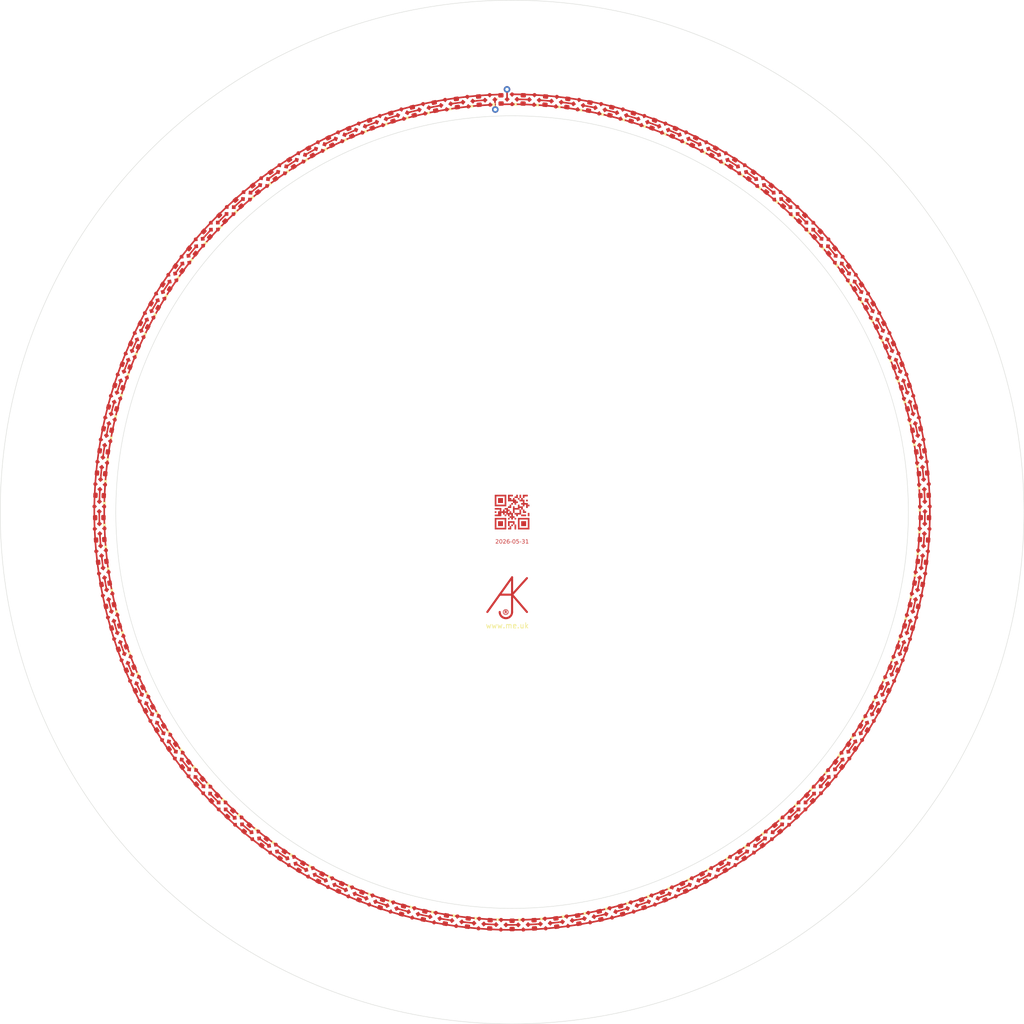
<source format=kicad_pcb>
(kicad_pcb (version 20221018) (generator pcbnew)
  (layers (0 "F.Cu" signal) (31 "B.Cu" signal) (34 "B.Paste" user) (35 "F.Paste" user) (36 "B.SilkS" user "B.Silkscreen") (37 "F.SilkS" user "F.Silkscreen") (38 "B.Mask" user) (39 "F.Mask" user) (44 "Edge.Cuts" user))
  (property "DATE" "2023-05-04")
  (net 0 "")
  (net 1 "VCC")
  (net 2 "GND")
  (net 3 "Net-(D1-O)")
  (net 5 "Net-(D2-O)")
  (net 6 "Net-(D3-O)")
  (net 7 "Net-(D4-O)")
  (net 8 "Net-(D5-O)")
  (net 9 "Net-(D6-O)")
  (net 10 "Net-(D7-O)")
  (net 11 "Net-(D8-O)")
  (net 12 "Net-(D10-I)")
  (net 13 "Net-(D10-O)")
  (net 14 "Net-(D11-O)")
  (net 15 "Net-(D12-O)")
  (net 16 "Net-(D13-O)")
  (net 17 "Net-(D14-O)")
  (net 18 "Net-(D15-O)")
  (net 19 "Net-(D16-O)")
  (net 20 "Net-(D17-O)")
  (net 21 "Net-(D18-O)")
  (net 22 "Net-(D19-O)")
  (net 23 "Net-(D20-O)")
  (net 24 "Net-(D21-O)")
  (net 25 "Net-(D22-O)")
  (net 26 "Net-(D23-O)")
  (net 27 "Net-(D24-O)")
  (net 28 "Net-(D25-O)")
  (net 29 "Net-(D26-O)")
  (net 30 "Net-(D27-O)")
  (net 31 "Net-(D28-O)")
  (net 32 "Net-(D29-O)")
  (net 33 "Net-(D30-O)")
  (net 34 "Net-(D31-O)")
  (net 35 "Net-(D32-O)")
  (net 36 "Net-(D33-O)")
  (net 37 "Net-(D34-O)")
  (net 38 "Net-(D35-O)")
  (net 39 "Net-(D36-O)")
  (net 40 "Net-(D37-O)")
  (net 41 "Net-(D38-O)")
  (net 42 "Net-(D39-O)")
  (net 43 "Net-(D40-O)")
  (net 44 "Net-(D41-O)")
  (net 45 "Net-(D42-O)")
  (net 46 "Net-(D43-O)")
  (net 47 "Net-(D44-O)")
  (net 48 "Net-(D45-O)")
  (net 49 "Net-(D46-O)")
  (net 50 "Net-(D47-O)")
  (net 51 "Net-(D48-O)")
  (net 52 "Net-(D49-O)")
  (net 53 "Net-(D50-O)")
  (net 54 "Net-(D51-O)")
  (net 55 "Net-(D52-O)")
  (net 56 "Net-(D53-O)")
  (net 57 "Net-(D54-O)")
  (net 58 "Net-(D55-O)")
  (net 59 "Net-(D56-O)")
  (net 60 "Net-(D57-O)")
  (net 61 "Net-(D58-O)")
  (net 62 "Net-(D59-O)")
  (net 63 "Net-(D60-O)")
  (net 64 "Net-(D61-O)")
  (net 65 "Net-(D62-O)")
  (net 66 "Net-(D63-O)")
  (net 67 "Net-(D64-O)")
  (net 68 "Net-(D65-O)")
  (net 69 "Net-(D66-O)")
  (net 70 "Net-(D67-O)")
  (net 71 "Net-(D68-O)")
  (net 72 "Net-(D69-O)")
  (net 73 "Net-(D70-O)")
  (net 74 "Net-(D71-O)")
  (net 75 "Net-(D72-O)")
  (net 76 "Net-(D73-O)")
  (net 77 "Net-(D74-O)")
  (net 78 "Net-(D75-O)")
  (net 79 "Net-(D76-O)")
  (net 80 "Net-(D77-O)")
  (net 81 "Net-(D78-O)")
  (net 82 "Net-(D79-O)")
  (net 83 "Net-(D80-O)")
  (net 84 "Net-(D81-O)")
  (net 85 "Net-(D82-O)")
  (net 86 "Net-(D83-O)")
  (net 87 "Net-(D84-O)")
  (net 88 "Net-(D85-O)")
  (net 89 "Net-(D86-O)")
  (net 90 "Net-(D87-O)")
  (net 91 "Net-(D88-O)")
  (net 92 "Net-(D89-O)")
  (net 93 "Net-(D90-O)")
  (net 94 "Net-(D91-O)")
  (net 95 "Net-(D92-O)")
  (net 96 "Net-(D93-O)")
  (net 97 "Net-(D94-O)")
  (net 98 "Net-(D95-O)")
  (net 99 "Net-(D96-O)")
  (net 100 "Net-(D97-O)")
  (net 101 "Net-(D98-O)")
  (net 102 "Net-(D100-I)")
  (net 103 "Net-(D100-O)")
  (net 104 "Net-(D101-O)")
  (net 105 "Net-(D102-O)")
  (net 106 "Net-(D103-O)")
  (net 107 "Net-(D104-O)")
  (net 108 "Net-(D105-O)")
  (net 109 "Net-(D106-O)")
  (net 110 "Net-(D107-O)")
  (net 111 "Net-(D108-O)")
  (net 112 "Net-(D109-O)")
  (net 113 "Net-(D110-O)")
  (net 114 "Net-(D111-O)")
  (net 115 "Net-(D112-O)")
  (net 116 "Net-(D113-O)")
  (net 117 "Net-(D114-O)")
  (net 118 "Net-(D115-O)")
  (net 119 "Net-(D116-O)")
  (footprint "RevK:SMD1010" (layer "F.Cu") (at 142.614461 73.846460 -193.461538)
    (fp_text reference "D20" hide)
    (fp_text value "XL-1010RGBC-WS2812B" hide)
  )
  (footprint "RevK:C_0402" (layer "F.Cu") (at 75.583582 56.367002 -240.769231)
    (fp_text reference "C108" hide)
    (fp_text value "330nF" hide)
  )
  (footprint "RevK:SMD1010" (layer "F.Cu") (at 50.004506 99.328740 -405.769231)
    (fp_text reference "D89" hide)
    (fp_text value "XL-1010RGBC-WS2812B" hide)
  )
  (footprint "RevK:C_0402" (layer "F.Cu") (at 141.149193 128.403237 -34.615385)
    (fp_text reference "C41" hide)
    (fp_text value "330nF" hide)
  )
  (footprint "RevK:C_0402" (layer "F.Cu") (at 144.580762 77.360307 26.923077)
    (fp_text reference "C21" hide)
    (fp_text value "330nF" hide)
  )
  (footprint "RevK:SMD1010" (layer "F.Cu") (at 81.643714 53.491433 -473.461538)
    (fp_text reference "D111" hide)
    (fp_text value "XL-1010RGBC-WS2812B" hide)
  )
  (footprint "RevK:SMD1010" (layer "F.Cu") (at 134.148982 63.478129 -178.076923)
    (fp_text reference "D15" hide)
    (fp_text value "XL-1010RGBC-WS2812B" hide)
  )
  (footprint "RevK:C_0402" (layer "F.Cu") (at 80.401670 54.001028 -246.923077)
    (fp_text reference "C110" hide)
    (fp_text value "330nF" hide)
  )
  (footprint "RevK:C_0402" (layer "F.Cu") (at 101.342400 50.018024 88.461538)
    (fp_text reference "C1" hide)
    (fp_text value "330nF" hide)
  )
  (footprint "RevK:C_0402" (layer "F.Cu") (at 63.022963 66.344410 -222.307692)
    (fp_text reference "C102" hide)
    (fp_text value "330nF" hide)
  )
  (footprint "RevK:C_0402" (layer "F.Cu") (at 148.703359 111.312950 -13.076923)
    (fp_text reference "C34" hide)
    (fp_text value "330nF" hide)
  )
  (footprint "RevK:C_0402" (layer "F.Cu") (at 113.264862 148.208334 -74.615385)
    (fp_text reference "C54" hide)
    (fp_text value "330nF" hide)
  )
  (footprint "RevK:C_0402" (layer "F.Cu") (at 102.683831 149.927919 -86.923077)
    (fp_text reference "C58" hide)
    (fp_text value "330nF" hide)
  )
  (footprint "RevK:C_0402" (layer "F.Cu") (at 76.763841 144.272801 -117.692308)
    (fp_text reference "C68" hide)
    (fp_text value "330nF" hide)
  )
  (footprint "RevK:C_0402" (layer "F.Cu") (at 52.364885 84.804742 -197.692308)
    (fp_text reference "C94" hide)
    (fp_text value "330nF" hide)
  )
  (footprint "RevK:SMD1010" (layer "F.Cu") (at 120.826246 54.543785 -159.615385)
    (fp_text reference "D9" hide)
    (fp_text value "XL-1010RGBC-WS2812B" hide)
  )
  (footprint "RevK:C_0402" (layer "F.Cu") (at 149.995494 100.671260 -0.769231)
    (fp_text reference "C30" hide)
    (fp_text value "330nF" hide)
  )
  (footprint "RevK:C_0402" (layer "F.Cu") (at 72.151759 141.526804 -123.846154)
    (fp_text reference "C70" hide)
    (fp_text value "330nF" hide)
  )
  (footprint "RevK:C_0402" (layer "F.Cu") (at 132.139380 138.302222 -50)
    (fp_text reference "C46" hide)
    (fp_text value "330nF" hide)
  )
  (footprint "RevK:C_0402" (layer "F.Cu") (at 128.953114 59.235834 54.615385)
    (fp_text reference "C12" hide)
    (fp_text value "330nF" hide)
  )
  (footprint "RevK:SMD1010" (layer "F.Cu") (at 95.976672 149.837865 -319.615385)
    (fp_text reference "D61" hide)
    (fp_text value "XL-1010RGBC-WS2812B" hide)
  )
  (footprint "RevK:SMD1010" (layer "F.Cu") (at 56.698730 125.000000 -375)
    (fp_text reference "D79" hide)
    (fp_text value "XL-1010RGBC-WS2812B" hide)
  )
  (footprint "RevK:SMD1010" (layer "F.Cu") (at 72.151759 58.473196 -461.153846)
    (fp_text reference "D107" hide)
    (fp_text value "XL-1010RGBC-WS2812B" hide)
  )
  (footprint "RevK:C_0402" (layer "F.Cu") (at 97.316169 149.927919 -93.076923)
    (fp_text reference "C60" hide)
    (fp_text value "330nF" hide)
  )
  (footprint "RevK:SMD1010" (layer "F.Cu") (at 55.419238 122.639693 -378.076923)
    (fp_text reference "D80" hide)
    (fp_text value "XL-1010RGBC-WS2812B" hide)
  )
  (footprint "RevK:C_0402" (layer "F.Cu") (at 62.132708 132.650699 -139.230769)
    (fp_text reference "C75" hide)
    (fp_text value "330nF" hide)
  )
  (footprint "RevK:SMD1010" (layer "F.Cu") (at 97.316169 50.072081 -491.923077)
    (fp_text reference "D117" hide)
    (fp_text value "XL-1010RGBC-WS2812B" hide)
  )
  (footprint "RevK:SMD1010" (layer "F.Cu") (at 149.887388 96.646118 -221.153846)
    (fp_text reference "D29" hide)
    (fp_text value "XL-1010RGBC-WS2812B" hide)
  )
  (footprint "RevK:C_0402" (layer "F.Cu") (at 108.020564 149.352513 -80.769231)
    (fp_text reference "C56" hide)
    (fp_text value "330nF" hide)
  )
  (footprint "RevK:SMD1010" (layer "F.Cu") (at 144.580762 122.639693 -251.923077)
    (fp_text reference "D39" hide)
    (fp_text value "XL-1010RGBC-WS2812B" hide)
  )
  (footprint "RevK:C_0402" (layer "F.Cu") (at 100 150 -90)
    (fp_text reference "C59" hide)
    (fp_text value "330nF" hide)
  )
  (footprint "RevK:SMD1010" (layer "F.Cu") (at 51.617927 112.616460 -390.384615)
    (fp_text reference "D84" hide)
    (fp_text value "XL-1010RGBC-WS2812B" hide)
  )
  (footprint "RevK:C_0402" (layer "F.Cu") (at 143.301270 75 30)
    (fp_text reference "C20" hide)
    (fp_text value "330nF" hide)
  )
  (footprint "RevK:C_0402" (layer "F.Cu") (at 149.887388 103.353882 -3.846154)
    (fp_text reference "C31" hide)
    (fp_text value "330nF" hide)
  )
  (footprint "RevK:SMD1010" (layer "F.Cu") (at 149.635444 93.973166 -218.076923)
    (fp_text reference "D28" hide)
    (fp_text value "XL-1010RGBC-WS2812B" hide)
  )
  (footprint "RevK:C_0402" (layer "F.Cu") (at 74.420925 142.961738 -120.769231)
    (fp_text reference "C69" hide)
    (fp_text value "330nF" hide)
  )
  (footprint "RevK:SMD1010" (layer "F.Cu") (at 51.974094 86.089127 -421.153846)
    (fp_text reference "D94" hide)
    (fp_text value "XL-1010RGBC-WS2812B" hide)
  )
  (footprint "RevK:C_0402" (layer "F.Cu") (at 51.974094 113.910873 -163.846154)
    (fp_text reference "C83" hide)
    (fp_text value "330nF" hide)
  )
  (footprint "RevK:SMD1010" (layer "F.Cu") (at 124.416418 143.632998 -285.769231)
    (fp_text reference "D50" hide)
    (fp_text value "XL-1010RGBC-WS2812B" hide)
  )
  (footprint "RevK:C_0402" (layer "F.Cu") (at 88.034217 51.452909 -256.153846)
    (fp_text reference "C113" hide)
    (fp_text value "330nF" hide)
  )
  (footprint "RevK:C_0402" (layer "F.Cu") (at 68.900543 60.848707 -231.538462)
    (fp_text reference "C105" hide)
    (fp_text value "330nF" hide)
  )
  (footprint "RevK:C_0402" (layer "F.Cu") (at 56.043139 123.828436 -151.538462)
    (fp_text reference "C79" hide)
    (fp_text value "330nF" hide)
  )
  (footprint "RevK:C_0402" (layer "F.Cu") (at 146.750812 82.269756 20.769231)
    (fp_text reference "C23" hide)
    (fp_text value "330nF" hide)
  )
  (footprint "RevK:SMD1010" (layer "F.Cu") (at 109.342689 149.119387 -304.230769)
    (fp_text reference "D56" hide)
    (fp_text value "XL-1010RGBC-WS2812B" hide)
  )
  (footprint "RevK:C_0402" (layer "F.Cu") (at 105.359925 149.711882 -83.846154)
    (fp_text reference "C57" hide)
    (fp_text value "330nF" hide)
  )
  (footprint "RevK:C_0402" (layer "F.Cu") (at 95.976672 50.162135 -265.384615)
    (fp_text reference "C116" hide)
    (fp_text value "330nF" hide)
  )
  (footprint "RevK:SMD1010" (layer "F.Cu") (at 136.060122 65.363782 -181.153846)
    (fp_text reference "D16" hide)
    (fp_text value "XL-1010RGBC-WS2812B" hide)
  )
  (footprint "RevK:C_0402" (layer "F.Cu") (at 149.779360 95.307951 5.384615)
    (fp_text reference "C28" hide)
    (fp_text value "330nF" hide)
  )
  (footprint "RevK:C_0402" (layer "F.Cu") (at 147.635115 84.804742 17.692308)
    (fp_text reference "C24" hide)
    (fp_text value "330nF" hide)
  )
  (footprint "RevK:SMD1010" (layer "F.Cu") (at 52.790019 83.531312 -424.230769)
    (fp_text reference "D95" hide)
    (fp_text value "XL-1010RGBC-WS2812B" hide)
  )
  (footprint "RevK:SMD1010" (layer "F.Cu") (at 60.434719 69.428960 -442.692308)
    (fp_text reference "D101" hide)
    (fp_text value "XL-1010RGBC-WS2812B" hide)
  )
  (footprint "RevK:C_0402" (layer "F.Cu") (at 71.046886 59.235834 -234.615385)
    (fp_text reference "C106" hide)
    (fp_text value "330nF" hide)
  )
  (footprint "RevK:C_0402" (layer "F.Cu") (at 51.296641 111.312950 -166.923077)
    (fp_text reference "C84" hide)
    (fp_text value "330nF" hide)
  )
  (footprint "RevK:C_0402" (layer "F.Cu") (at 146.257938 118.979019 -22.307692)
    (fp_text reference "C37" hide)
    (fp_text value "330nF" hide)
  )
  (footprint "RevK:C_0402" (layer "F.Cu") (at 125.579075 142.961738 -59.230769)
    (fp_text reference "C49" hide)
    (fp_text value "330nF" hide)
  )
  (footprint "RevK:C_0402" (layer "F.Cu") (at 138.730248 68.377731 39.230769)
    (fp_text reference "C17" hide)
    (fp_text value "330nF" hide)
  )
  (footprint "RevK:C_0402" (layer "F.Cu") (at 67.860620 138.302222 -130)
    (fp_text reference "C72" hide)
    (fp_text value "330nF" hide)
  )
  (footprint "RevK:SMD1010" (layer "F.Cu") (at 147.209981 83.531312 -205.769231)
    (fp_text reference "D24" hide)
    (fp_text value "XL-1010RGBC-WS2812B" hide)
  )
  (footprint "RevK:SMD1010" (layer "F.Cu") (at 52.364885 115.195258 -387.307692)
    (fp_text reference "D83" hide)
    (fp_text value "XL-1010RGBC-WS2812B" hide)
  )
  (footprint "RevK:C_0402" (layer "F.Cu") (at 50.040550 97.986703 -182.307692)
    (fp_text reference "C89" hide)
    (fp_text value "330nF" hide)
  )
  (footprint "RevK:C_0402" (layer "F.Cu") (at 131.099457 60.848707 51.538462)
    (fp_text reference "C13" hide)
    (fp_text value "330nF" hide)
  )
  (footprint "RevK:SMD1010" (layer "F.Cu") (at 85.445623 147.834821 -331.923077)
    (fp_text reference "D65" hide)
    (fp_text value "XL-1010RGBC-WS2812B" hide)
  )
  (footprint "RevK:SMD1010" (layer "F.Cu") (at 145.731715 120.214110 -248.846154)
    (fp_text reference "D38" hide)
    (fp_text value "XL-1010RGBC-WS2812B" hide)
  )
  (footprint "RevK:C_0402" (layer "F.Cu") (at 50.759612 108.682409 -170)
    (fp_text reference "C85" hide)
    (fp_text value "330nF" hide)
  )
  (footprint "RevK:C_0402" (layer "F.Cu") (at 91.979436 149.352513 -99.230769)
    (fp_text reference "C62" hide)
    (fp_text value "330nF" hide)
  )
  (footprint "RevK:SMD1010" (layer "F.Cu") (at 84.166600 52.573178 -476.538462)
    (fp_text reference "D112" hide)
    (fp_text value "XL-1010RGBC-WS2812B" hide)
  )
  (footprint "RevK:SMD1010" (layer "F.Cu") (at 114.554377 147.834821 -298.076923)
    (fp_text reference "D54" hide)
    (fp_text value "XL-1010RGBC-WS2812B" hide)
  )
  (footprint "RevK:C_0402" (layer "F.Cu") (at 133.156133 62.574463 48.461538)
    (fp_text reference "C14" hide)
    (fp_text value "330nF" hide)
  )
  (footprint "RevK:C_0402" (layer "F.Cu") (at 126.723291 57.740496 57.692308)
    (fp_text reference "C11" hide)
    (fp_text value "330nF" hide)
  )
  (footprint "RevK:SMD1010" (layer "F.Cu") (at 67.860620 61.697778 -455)
    (fp_text reference "D105" hide)
    (fp_text value "XL-1010RGBC-WS2812B" hide)
  )
  (footprint "RevK:SMD1010" (layer "F.Cu") (at 130.037113 60.027862 -171.923077)
    (fp_text reference "D13" hide)
    (fp_text value "XL-1010RGBC-WS2812B" hide)
  )
  (footprint "RevK:C_0402" (layer "F.Cu") (at 51.010467 89.998715 -191.538462)
    (fp_text reference "C92" hide)
    (fp_text value "330nF" hide)
  )
  (footprint "RevK:SMD1010" (layer "F.Cu") (at 131.099457 139.151293 -276.538462)
    (fp_text reference "D47" hide)
    (fp_text value "XL-1010RGBC-WS2812B" hide)
  )
  (footprint "RevK:SMD1010" (layer "F.Cu") (at 132.139380 61.697778 -175)
    (fp_text reference "D14" hide)
    (fp_text value "XL-1010RGBC-WS2812B" hide)
  )
  (footprint "RevK:SMD1010" (layer "F.Cu") (at 76.763841 55.727199 -467.307692)
    (fp_text reference "D109" hide)
    (fp_text value "XL-1010RGBC-WS2812B" hide)
  )
  (footprint "RevK:SMD1010" (layer "F.Cu") (at 148.989533 110.001285 -236.538462)
    (fp_text reference "D34" hide)
    (fp_text value "XL-1010RGBC-WS2812B" hide)
  )
  (footprint "RevK:SMD1010" (layer "F.Cu") (at 140.371790 129.497772 -261.153846)
    (fp_text reference "D42" hide)
    (fp_text value "XL-1010RGBC-WS2812B" hide)
  )
  (footprint "RevK:C_0402" (layer "F.Cu") (at 149.455743 92.642726 8.461538)
    (fp_text reference "C27" hide)
    (fp_text value "330nF" hide)
  )
  (footprint "RevK:SMD1010" (layer "F.Cu") (at 93.307343 149.550059 -322.692308)
    (fp_text reference "D62" hide)
    (fp_text value "XL-1010RGBC-WS2812B" hide)
  )
  (footprint "RevK:SMD1010" (layer "F.Cu") (at 54.827478 78.565372 -430.384615)
    (fp_text reference "D97" hide)
    (fp_text value "XL-1010RGBC-WS2812B" hide)
  )
  (footprint "RevK:SMD1010" (layer "F.Cu") (at 82.898993 146.984631 -335)
    (fp_text reference "D66" hide)
    (fp_text value "XL-1010RGBC-WS2812B" hide)
  )
  (footprint "RevK:SMD1010" (layer "F.Cu") (at 149.455743 107.357274 -233.461538)
    (fp_text reference "D33" hide)
    (fp_text value "XL-1010RGBC-WS2812B" hide)
  )
  (footprint "RevK:C_0402" (layer "F.Cu") (at 50.220640 95.307951 -185.384615)
    (fp_text reference "C90" hide)
    (fp_text value "330nF" hide)
  )
  (footprint "RevK:SMD1010" (layer "F.Cu") (at 148.382073 112.616460 -239.615385)
    (fp_text reference "D35" hide)
    (fp_text value "XL-1010RGBC-WS2812B" hide)
  )
  (footprint "RevK:C_0402" (layer "F.Cu") (at 120.826246 145.456215 -65.384615)
    (fp_text reference "C51" hide)
    (fp_text value "330nF" hide)
  )
  (footprint "RevK:C_0402" (layer "F.Cu") (at 106.692657 50.449941 82.307692)
    (fp_text reference "C3" hide)
    (fp_text value "330nF" hide)
  )
  (footprint "RevK:C_0402" (layer "F.Cu") (at 136.977037 66.344410 42.307692)
    (fp_text reference "C16" hide)
    (fp_text value "330nF" hide)
  )
  (footprint "RevK:SMD1010" (layer "F.Cu") (at 79.173754 54.543785 -470.384615)
    (fp_text reference "D110" hide)
    (fp_text value "XL-1010RGBC-WS2812B" hide)
  )
  (footprint "RevK:SMD1010" (layer "F.Cu") (at 135.117211 135.591874 -270.384615)
    (fp_text reference "D45" hide)
    (fp_text value "XL-1010RGBC-WS2812B" hide)
  )
  (footprint "RevK:SMD1010" (layer "F.Cu") (at 90.657311 149.119387 -325.769231)
    (fp_text reference "D63" hide)
    (fp_text value "XL-1010RGBC-WS2812B" hide)
  )
  (footprint "RevK:C_0402" (layer "F.Cu") (at 140.371790 70.502228 36.153846)
    (fp_text reference "C18" hide)
    (fp_text value "330nF" hide)
  )
  (footprint "RevK:SMD1010" (layer "F.Cu") (at 73.276709 142.259504 -347.307692)
    (fp_text reference "D70" hide)
    (fp_text value "XL-1010RGBC-WS2812B" hide)
  )
  (footprint "RevK:C_0402" (layer "F.Cu") (at 53.249188 82.269756 -200.769231)
    (fp_text reference "C95" hide)
    (fp_text value "330nF" hide)
  )
  (footprint "RevK:SMD1010" (layer "F.Cu") (at 54.268285 120.214110 -381.153846)
    (fp_text reference "D81" hide)
    (fp_text value "XL-1010RGBC-WS2812B" hide)
  )
  (footprint "RevK:SMD1010" (layer "F.Cu") (at 50.040550 102.013297 -402.692308)
    (fp_text reference "D88" hide)
    (fp_text value "XL-1010RGBC-WS2812B" hide)
  )
  (footprint "RevK:SMD1010" (layer "F.Cu") (at 63.939878 65.363782 -448.846154)
    (fp_text reference "D103" hide)
    (fp_text value "XL-1010RGBC-WS2812B" hide)
  )
  (footprint "RevK:SMD1010" (layer "F.Cu") (at 65.851018 63.478129 -451.923077)
    (fp_text reference "D104" hide)
    (fp_text value "XL-1010RGBC-WS2812B" hide)
  )
  (footprint "RevK:SMD1010" (layer "F.Cu") (at 86.735138 51.791666 -479.615385)
    (fp_text reference "D113" hide)
    (fp_text value "XL-1010RGBC-WS2812B" hide)
  )
  (footprint "RevK:SMD1010" (layer "F.Cu") (at 133.156133 137.425537 -273.461538)
    (fp_text reference "D46" hide)
    (fp_text value "XL-1010RGBC-WS2812B" hide)
  )
  (footprint "RevK:SMD1010" (layer "F.Cu") (at 139.565281 69.428960 -187.307692)
    (fp_text reference "D18" hide)
    (fp_text value "XL-1010RGBC-WS2812B" hide)
  )
  (footprint "RevK:SMD1010" (layer "F.Cu") (at 146.750812 117.730244 -245.769231)
    (fp_text reference "D37" hide)
    (fp_text value "XL-1010RGBC-WS2812B" hide)
  )
  (footprint "RevK:C_0402" (layer "F.Cu") (at 56.698730 75.000000 -210)
    (fp_text reference "C98" hide)
    (fp_text value "330nF" hide)
  )
  (footprint "RevK:SMD1010" (layer "F.Cu") (at 59.628210 129.497772 -368.846154)
    (fp_text reference "D77" hide)
    (fp_text value "XL-1010RGBC-WS2812B" hide)
  )
  (footprint "RevK:SMD1010" (layer "F.Cu") (at 94.640075 50.288118 -488.846154)
    (fp_text reference "D116" hide)
    (fp_text value "XL-1010RGBC-WS2812B" hide)
  )
  (footprint "RevK:C_0402" (layer "F.Cu") (at 84.166600 147.426822 -108.461538)
    (fp_text reference "C65" hide)
    (fp_text value "330nF" hide)
  )
  (footprint "RevK:C_0402" (layer "F.Cu") (at 141.896930 72.711774 33.076923)
    (fp_text reference "C19" hide)
    (fp_text value "330nF" hide)
  )
  (footprint "RevK:C_0402" (layer "F.Cu") (at 127.848241 141.526804 -56.153846)
    (fp_text reference "C48" hide)
    (fp_text value "330nF" hide)
  )
  (footprint "RevK:SMD1010" (layer "F.Cu") (at 137.867292 67.349301 -184.230769)
    (fp_text reference "D17" hide)
    (fp_text value "XL-1010RGBC-WS2812B" hide)
  )
  (footprint "RevK:C_0402" (layer "F.Cu") (at 69.962887 139.972138 -126.923077)
    (fp_text reference "C71" hide)
    (fp_text value "330nF" hide)
  )
  (footprint "RevK:SMD1010" (layer "F.Cu") (at 50.220640 104.692049 -399.615385)
    (fp_text reference "D87" hide)
    (fp_text value "XL-1010RGBC-WS2812B" hide)
  )
  (footprint "RevK:C_0402" (layer "F.Cu") (at 148.382073 87.383540 14.615385)
    (fp_text reference "C25" hide)
    (fp_text value "330nF" hide)
  )
  (footprint "RevK:SMD1010" (layer "F.Cu") (at 50.112612 96.646118 -408.846154)
    (fp_text reference "D90" hide)
    (fp_text value "XL-1010RGBC-WS2812B" hide)
  )
  (footprint "RevK:SMD1010" (layer "F.Cu") (at 143.301270 125 -255)
    (fp_text reference "D40" hide)
    (fp_text value "XL-1010RGBC-WS2812B" hide)
  )
  (footprint "RevK:SMD1010" (layer "F.Cu") (at 149.240388 91.317591 -215)
    (fp_text reference "D27" hide)
    (fp_text value "XL-1010RGBC-WS2812B" hide)
  )
  (footprint "RevK:SMD1010" (layer "F.Cu") (at 53.742062 81.020981 -427.307692)
    (fp_text reference "D96" hide)
    (fp_text value "XL-1010RGBC-WS2812B" hide)
  )
  (footprint "RevK:SMD1010" (layer "F.Cu") (at 50.759612 91.317591 -415)
    (fp_text reference "D92" hide)
    (fp_text value "XL-1010RGBC-WS2812B" hide)
  )
  (footprint "RevK:SMD1010" (layer "F.Cu") (at 58.103070 127.288226 -371.923077)
    (fp_text reference "D78" hide)
    (fp_text value "XL-1010RGBC-WS2812B" hide)
  )
  (footprint "RevK:SMD1010" (layer "F.Cu") (at 126.723291 142.259504 -282.692308)
    (fp_text reference "D49" hide)
    (fp_text value "XL-1010RGBC-WS2812B" hide)
  )
  (footprint "RevK:SMD1010" (layer "F.Cu") (at 117.101007 146.984631 -295)
    (fp_text reference "D53" hide)
    (fp_text value "XL-1010RGBC-WS2812B" hide)
  )
  (footprint "RevK:SMD1010" (layer "F.Cu") (at 141.896930 127.288226 -258.076923)
    (fp_text reference "D41" hide)
    (fp_text value "XL-1010RGBC-WS2812B" hide)
  )
  (footprint "RevK:C_0402" (layer "F.Cu") (at 104.023328 50.162135 85.384615)
    (fp_text reference "C2" hide)
    (fp_text value "330nF" hide)
  )
  (footprint "RevK:C_0402" (layer "F.Cu") (at 53.742062 118.979019 -157.692308)
    (fp_text reference "C81" hide)
    (fp_text value "330nF" hide)
  )
  (footprint "RevK:SMD1010" (layer "F.Cu") (at 105.359925 50.288118 -141.153846)
    (fp_text reference "D3" hide)
    (fp_text value "XL-1010RGBC-WS2812B" hide)
  )
  (footprint "RevK:C_0402" (layer "F.Cu") (at 61.269752 68.377731 -219.230769)
    (fp_text reference "C101" hide)
    (fp_text value "330nF" hide)
  )
  (footprint "RevK:SMD1010" (layer "F.Cu") (at 91.979436 50.647487 -485.769231)
    (fp_text reference "D115" hide)
    (fp_text value "XL-1010RGBC-WS2812B" hide)
  )
  (footprint "RevK:SMD1010" (layer "F.Cu") (at 74.420925 57.038262 -464.230769)
    (fp_text reference "D108" hide)
    (fp_text value "XL-1010RGBC-WS2812B" hide)
  )
  (footprint "RevK:C_0402" (layer "F.Cu") (at 93.307343 50.449941 -262.307692)
    (fp_text reference "C115" hide)
    (fp_text value "330nF" hide)
  )
  (footprint "RevK:SMD1010" (layer "F.Cu") (at 138.730248 131.622269 -264.230769)
    (fp_text reference "D43" hide)
    (fp_text value "XL-1010RGBC-WS2812B" hide)
  )
  (footprint "RevK:SMD1010" (layer "F.Cu") (at 98.657600 149.981976 -316.538462)
    (fp_text reference "D60" hide)
    (fp_text value "XL-1010RGBC-WS2812B" hide)
  )
  (footprint "RevK:SMD1010" (layer "F.Cu") (at 58.850807 71.596763 -439.615385)
    (fp_text reference "D100" hide)
    (fp_text value "XL-1010RGBC-WS2812B" hide)
  )
  (footprint "RevK:SMD1010" (layer "F.Cu") (at 51.010467 110.001285 -393.461538)
    (fp_text reference "D85" hide)
    (fp_text value "XL-1010RGBC-WS2812B" hide)
  )
  (footprint "RevK:C_0402" (layer "F.Cu") (at 86.735138 148.208334 -105.384615)
    (fp_text reference "C64" hide)
    (fp_text value "330nF" hide)
  )
  (footprint "RevK:C_0402" (layer "F.Cu") (at 149.240388 108.682409 -10)
    (fp_text reference "C33" hide)
    (fp_text value "330nF" hide)
  )
  (footprint "RevK:SMD1010" (layer "F.Cu") (at 141.149193 71.596763 -190.384615)
    (fp_text reference "D19" hide)
    (fp_text value "XL-1010RGBC-WS2812B" hide)
  )
  (footprint "RevK:C_0402" (layer "F.Cu") (at 98.657600 50.018024 -268.461538)
    (fp_text reference "C117" hide)
    (fp_text value "330nF" hide)
  )
  (footprint "RevK:SMD1010" (layer "F.Cu") (at 127.848241 58.473196 -168.846154)
    (fp_text reference "D12" hide)
    (fp_text value "XL-1010RGBC-WS2812B" hide)
  )
  (footprint "RevK:SMD1010" (layer "F.Cu") (at 77.960853 144.880686 -341.153846)
    (fp_text reference "D68" hide)
    (fp_text value "XL-1010RGBC-WS2812B" hide)
  )
  (footprint "RevK:SMD1010" (layer "F.Cu") (at 102.683831 50.072081 -138.076923)
    (fp_text reference "D2" hide)
    (fp_text value "XL-1010RGBC-WS2812B" hide)
  )
  (footprint "RevK:SMD1010" (layer "F.Cu") (at 106.692657 149.550059 -307.307692)
    (fp_text reference "D57" hide)
    (fp_text value "XL-1010RGBC-WS2812B" hide)
  )
  (footprint "RevK:C_0402" (layer "F.Cu") (at 94.640075 149.711882 -96.153846)
    (fp_text reference "C61" hide)
    (fp_text value "330nF" hide)
  )
  (footprint "RevK:SMD1010" (layer "F.Cu") (at 69.962887 60.027862 -458.076923)
    (fp_text reference "D106" hide)
    (fp_text value "XL-1010RGBC-WS2812B" hide)
  )
  (footprint "RevK:AJK" (layer "F.Cu") (at 100 110)
    (fp_text reference "Logo1" hide)
    (fp_text value "AJK" hide)
  )
  (footprint "RevK:C_0402" (layer "F.Cu") (at 119.598330 54.001028 66.923077)
    (fp_text reference "C8" hide)
    (fp_text value "330nF" hide)
  )
  (footprint "RevK:C_0402" (layer "F.Cu") (at 81.643714 146.508567 -111.538462)
    (fp_text reference "C66" hide)
    (fp_text value "330nF" hide)
  )
  (footprint "RevK:SMD1010" (layer "F.Cu") (at 104.023328 149.837865 -310.384615)
    (fp_text reference "D58" hide)
    (fp_text value "XL-1010RGBC-WS2812B" hide)
  )
  (footprint "RevK:SMD1010" (layer "F.Cu") (at 128.953114 140.764166 -279.615385)
    (fp_text reference "D48" hide)
    (fp_text value "XL-1010RGBC-WS2812B" hide)
  )
  (footprint "RevK:C_0402" (layer "F.Cu") (at 82.898993 53.015369 -250)
    (fp_text reference "C111" hide)
    (fp_text value "330nF" hide)
  )
  (footprint "RevK:C_0402" (layer "F.Cu") (at 134.148982 136.521871 -46.923077)
    (fp_text reference "C45" hide)
    (fp_text value "330nF" hide)
  )
  (footprint "RevK:C_0402" (layer "F.Cu") (at 50.112612 103.353882 -176.153846)
    (fp_text reference "C87" hide)
    (fp_text value "330nF" hide)
  )
  (footprint "RevK:C_0402" (layer "F.Cu") (at 64.882789 64.408126 -225.384615)
    (fp_text reference "C103" hide)
    (fp_text value "330nF" hide)
  )
  (footprint "RevK:SMD1010" (layer "F.Cu") (at 50.364556 93.973166 -411.923077)
    (fp_text reference "D91" hide)
    (fp_text value "XL-1010RGBC-WS2812B" hide)
  )
  (footprint "RevK:C_0402" (layer "F.Cu") (at 145.731715 79.785890 23.846154)
    (fp_text reference "C22" hide)
    (fp_text value "330nF" hide)
  )
  (footprint "RevK:SMD1010" (layer "F.Cu") (at 75.583582 143.632998 -344.230769)
    (fp_text reference "D69" hide)
    (fp_text value "XL-1010RGBC-WS2812B" hide)
  )
  (footprint "RevK:SMD1010" (layer "F.Cu") (at 113.264862 51.791666 -150.384615)
    (fp_text reference "D6" hide)
    (fp_text value "XL-1010RGBC-WS2812B" hide)
  )
  (footprint "RevK:SMD1010" (layer "F.Cu") (at 68.900543 139.151293 -353.461538)
    (fp_text reference "D72" hide)
    (fp_text value "XL-1010RGBC-WS2812B" hide)
  )
  (footprint "RevK:C_0402" (layer "F.Cu") (at 124.416418 56.367002 60.769231)
    (fp_text reference "C10" hide)
    (fp_text value "330nF" hide)
  )
  (footprint "RevK:SMD1010" (layer "F.Cu") (at 111.965783 148.547091 -301.153846)
    (fp_text reference "D55" hide)
    (fp_text value "XL-1010RGBC-WS2812B" hide)
  )
  (footprint "RevK:C_0402" (layer "F.Cu") (at 50.544257 92.642726 -188.461538)
    (fp_text reference "C91" hide)
    (fp_text value "330nF" hide)
  )
  (footprint "RevK:SMD1010" (layer "F.Cu") (at 51.296641 88.687050 -418.076923)
    (fp_text reference "D93" hide)
    (fp_text value "XL-1010RGBC-WS2812B" hide)
  )
  (footprint "RevK:C_0402" (layer "F.Cu") (at 90.657311 50.880613 -259.230769)
    (fp_text reference "C114" hide)
    (fp_text value "330nF" hide)
  )
  (footprint "RevK:SMD1010" (layer "F.Cu") (at 62.132708 67.349301 -445.769231)
    (fp_text reference "D102" hide)
    (fp_text value "XL-1010RGBC-WS2812B" hide)
  )
  (footprint "RevK:SMD1010" (layer "F.Cu") (at 149.779360 104.692049 -230.384615)
    (fp_text reference "D32" hide)
    (fp_text value "XL-1010RGBC-WS2812B" hide)
  )
  (footprint "RevK:SMD1010" (layer "F.Cu") (at 149.995494 99.328740 -224.230769)
    (fp_text reference "D30" hide)
    (fp_text value "XL-1010RGBC-WS2812B" hide)
  )
  (footprint "RevK:C_0402" (layer "F.Cu") (at 77.960853 55.119314 -243.846154)
    (fp_text reference "C109" hide)
    (fp_text value "330nF" hide)
  )
  (footprint "RevK:SMD1010" (layer "F.Cu") (at 101.342400 149.981976 -313.461538)
    (fp_text reference "D59" hide)
    (fp_text value "XL-1010RGBC-WS2812B" hide)
  )
  (footprint "RevK:C_0402" (layer "F.Cu") (at 110.658078 148.850848 -77.692308)
    (fp_text reference "C55" hide)
    (fp_text value "330nF" hide)
  )
  (footprint "RevK:SMD1010" (layer "F.Cu") (at 53.249188 117.730244 -384.230769)
    (fp_text reference "D82" hide)
    (fp_text value "XL-1010RGBC-WS2812B" hide)
  )
  (footprint "RevK:SMD1010" (layer "F.Cu") (at 148.025906 86.089127 -208.846154)
    (fp_text reference "D25" hide)
    (fp_text value "XL-1010RGBC-WS2812B" hide)
  )
  (footprint "RevK:C_0402" (layer "F.Cu") (at 149.959450 97.986703 2.307692)
    (fp_text reference "C29" hide)
    (fp_text value "330nF" hide)
  )
  (footprint "RevK:SMD1010" (layer "F.Cu") (at 71.046886 140.764166 -350.384615)
    (fp_text reference "D71" hide)
    (fp_text value "XL-1010RGBC-WS2812B" hide)
  )
  (footprint "RevK:SMD1010" (layer "F.Cu") (at 123.236159 55.727199 -162.692308)
    (fp_text reference "D10" hide)
    (fp_text value "XL-1010RGBC-WS2812B" hide)
  )
  (footprint "RevK:SMD1010" (layer "F.Cu") (at 118.356286 53.491433 -156.538462)
    (fp_text reference "D8" hide)
    (fp_text value "XL-1010RGBC-WS2812B" hide)
  )
  (footprint "RevK:C_0402" (layer "F.Cu") (at 118.356286 146.508567 -68.461538)
    (fp_text reference "C52" hide)
    (fp_text value "330nF" hide)
  )
  (footprint "RevK:C_0402" (layer "F.Cu") (at 60.434719 130.571040 -142.307692)
    (fp_text reference "C76" hide)
    (fp_text value "330nF" hide)
  )
  (footprint "RevK:SMD1010" (layer "F.Cu") (at 146.257938 81.020981 -202.692308)
    (fp_text reference "D23" hide)
    (fp_text value "XL-1010RGBC-WS2812B" hide)
  )
  (footprint "RevK:SMD1010" (layer "F.Cu") (at 147.635115 115.195258 -242.692308)
    (fp_text reference "D36" hide)
    (fp_text value "XL-1010RGBC-WS2812B" hide)
  )
  (footprint "RevK:SMD1010" (layer "F.Cu") (at 110.658078 51.149152 -147.307692)
    (fp_text reference "D5" hide)
    (fp_text value "XL-1010RGBC-WS2812B" hide)
  )
  (footprint "RevK:C_0402" (layer "F.Cu") (at 143.956861 123.828436 -28.461538)
    (fp_text reference "C39" hide)
    (fp_text value "330nF" hide)
  )
  (footprint "RevK:C_0402" (layer "F.Cu") (at 115.833400 147.426822 -71.538462)
    (fp_text reference "C53" hide)
    (fp_text value "330nF" hide)
  )
  (footprint "RevK:SMD1010" (layer "F.Cu") (at 108.020564 50.647487 -144.230769)
    (fp_text reference "D4" hide)
    (fp_text value "XL-1010RGBC-WS2812B" hide)
  )
  (footprint "RevK:C_0402" (layer "F.Cu") (at 50.364556 106.026834 -173.076923)
    (fp_text reference "C86" hide)
    (fp_text value "330nF" hide)
  )
  (footprint "RevK:C_0402" (layer "F.Cu") (at 51.617927 87.383540 -194.615385)
    (fp_text reference "C93" hide)
    (fp_text value "330nF" hide)
  )
  (footprint "RevK:C_0402" (layer "F.Cu") (at 52.790019 116.468688 -160.769231)
    (fp_text reference "C82" hide)
    (fp_text value "330nF" hide)
  )
  (footprint "RevK:C_0402" (layer "F.Cu") (at 145.172522 121.434628 -25.384615)
    (fp_text reference "C38" hide)
    (fp_text value "330nF" hide)
  )
  (footprint "RevK:C_0402" (layer "F.Cu") (at 66.843867 62.574463 -228.461538)
    (fp_text reference "C104" hide)
    (fp_text value "330nF" hide)
  )
  (footprint "RevK:SMD1010" (layer "F.Cu") (at 89.341922 51.149152 -482.692308)
    (fp_text reference "D114" hide)
    (fp_text value "XL-1010RGBC-WS2812B" hide)
  )
  (footprint "RevK:SMD1010" (layer "F.Cu") (at 148.703359 88.687050 -211.923077)
    (fp_text reference "D26" hide)
    (fp_text value "XL-1010RGBC-WS2812B" hide)
  )
  (footprint "RevK:C_0402" (layer "F.Cu") (at 109.342689 50.880613 79.230769)
    (fp_text reference "C4" hide)
    (fp_text value "330nF" hide)
  )
  (footprint "RevK:SMD1010" (layer "F.Cu") (at 80.401670 145.998972 -338.076923)
    (fp_text reference "D67" hide)
    (fp_text value "XL-1010RGBC-WS2812B" hide)
  )
  (footprint "RevK:C_0402" (layer "F.Cu") (at 58.850807 128.403237 -145.384615)
    (fp_text reference "C77" hide)
    (fp_text value "330nF" hide)
  )
  (footprint "RevK:SMD1010" (layer "F.Cu") (at 88.034217 148.547091 -328.846154)
    (fp_text reference "D64" hide)
    (fp_text value "XL-1010RGBC-WS2812B" hide)
  )
  (footprint "RevK:C_0402" (layer "F.Cu") (at 58.103070 72.711774 -213.076923)
    (fp_text reference "C99" hide)
    (fp_text value "330nF" hide)
  )
  (footprint "RevK:C_0402" (layer "F.Cu") (at 79.173754 145.456215 -114.615385)
    (fp_text reference "C67" hide)
    (fp_text value "330nF" hide)
  )
  (footprint "RevK:C_0402" (layer "F.Cu") (at 122.039147 55.119314 63.846154)
    (fp_text reference "C9" hide)
    (fp_text value "330nF" hide)
  )
  (footprint "RevK:SMD1010" (layer "F.Cu") (at 115.833400 52.573178 -153.461538)
    (fp_text reference "D7" hide)
    (fp_text value "XL-1010RGBC-WS2812B" hide)
  )
  (footprint "RevK:C_0402" (layer "F.Cu") (at 50.004506 100.671260 -179.230769)
    (fp_text reference "C88" hide)
    (fp_text value "330nF" hide)
  )
  (footprint "RevK:SMD1010" (layer "F.Cu") (at 125.579075 57.038262 -165.769231)
    (fp_text reference "D11" hide)
    (fp_text value "XL-1010RGBC-WS2812B" hide)
  )
  (footprint "RevK:C_0402" (layer "F.Cu") (at 117.101007 53.015369 70)
    (fp_text reference "C7" hide)
    (fp_text value "330nF" hide)
  )
  (footprint "RevK:SMD1010" (layer "F.Cu") (at 66.843867 137.425537 -356.538462)
    (fp_text reference "D73" hide)
    (fp_text value "XL-1010RGBC-WS2812B" hide)
  )
  (footprint "RevK:SMD1010" (layer "F.Cu") (at 64.882789 135.591874 -359.615385)
    (fp_text reference "D74" hide)
    (fp_text value "XL-1010RGBC-WS2812B" hide)
  )
  (footprint "RevK:C_0402" (layer "F.Cu") (at 147.209981 116.468688 -19.230769)
    (fp_text reference "C36" hide)
    (fp_text value "330nF" hide)
  )
  (footprint "RevK:SMD1010" (layer "F.Cu") (at 61.269752 131.622269 -365.769231)
    (fp_text reference "D76" hide)
    (fp_text value "XL-1010RGBC-WS2812B" hide)
  )
  (footprint "RevK:SMD1010" (layer "F.Cu") (at 100 50 -135)
    (fp_text reference "D1" hide)
    (fp_text value "XL-1010RGBC-WS2812B" hide)
  )
  (footprint "RevK:SMD1010" (layer "F.Cu") (at 149.959450 102.013297 -227.307692)
    (fp_text reference "D31" hide)
    (fp_text value "XL-1010RGBC-WS2812B" hide)
  )
  (footprint "RevK:SMD1010" (layer "F.Cu") (at 56.043139 76.171564 -433.461538)
    (fp_text reference "D98" hide)
    (fp_text value "XL-1010RGBC-WS2812B" hide)
  )
  (footprint "RevK:C_0402" (layer "F.Cu") (at 54.827478 121.434628 -154.615385)
    (fp_text reference "C80" hide)
    (fp_text value "330nF" hide)
  )
  (footprint "RevK:C_0402" (layer "F.Cu") (at 137.867292 132.650699 -40.769231)
    (fp_text reference "C43" hide)
    (fp_text value "330nF" hide)
  )
  (footprint "RevK:C_0402" (layer "F.Cu") (at 54.268285 79.785890 -203.846154)
    (fp_text reference "C96" hide)
    (fp_text value "330nF" hide)
  )
  (footprint "RevK:C_0402" (layer "F.Cu") (at 130.037113 139.972138 -53.076923)
    (fp_text reference "C47" hide)
    (fp_text value "330nF" hide)
  )
  (footprint "RevK:C_0402" (layer "F.Cu") (at 59.628210 70.502228 -216.153846)
    (fp_text reference "C100" hide)
    (fp_text value "330nF" hide)
  )
  (footprint "RevK:C_0402" (layer "F.Cu") (at 73.276709 57.740496 -237.692308)
    (fp_text reference "C107" hide)
    (fp_text value "330nF" hide)
  )
  (footprint "RevK:SMD1010" (layer "F.Cu") (at 57.385539 73.846460 -436.538462)
    (fp_text reference "D99" hide)
    (fp_text value "XL-1010RGBC-WS2812B" hide)
  )
  (footprint "RevK:SMD1010" (layer "F.Cu") (at 143.956861 76.171564 -196.538462)
    (fp_text reference "D21" hide)
    (fp_text value "XL-1010RGBC-WS2812B" hide)
  )
  (footprint "RevK:SMD1010" (layer "F.Cu") (at 122.039147 144.880686 -288.846154)
    (fp_text reference "D51" hide)
    (fp_text value "XL-1010RGBC-WS2812B" hide)
  )
  (footprint "RevK:C_0402" (layer "F.Cu") (at 63.939878 134.636218 -136.153846)
    (fp_text reference "C74" hide)
    (fp_text value "330nF" hide)
  )
  (footprint "RevK:C_0402" (layer "F.Cu") (at 149.635444 106.026834 -6.923077)
    (fp_text reference "C32" hide)
    (fp_text value "330nF" hide)
  )
  (footprint "RevK:C_0402" (layer "F.Cu") (at 89.341922 148.850848 -102.307692)
    (fp_text reference "C63" hide)
    (fp_text value "330nF" hide)
  )
  (footprint "RevK:C_0402" (layer "F.Cu") (at 148.025906 113.910873 -16.153846)
    (fp_text reference "C35" hide)
    (fp_text value "330nF" hide)
  )
  (footprint "RevK:C_0402" (layer "F.Cu") (at 148.989533 89.998715 11.538462)
    (fp_text reference "C26" hide)
    (fp_text value "330nF" hide)
  )
  (footprint "RevK:QR-LED" (layer "F.Cu") (at 100 100)
    (fp_text reference "U1" hide)
    (fp_text value "QR" hide)
  )
  (footprint "RevK:SMD1010" (layer "F.Cu") (at 145.172522 78.565372 -199.615385)
    (fp_text reference "D22" hide)
    (fp_text value "XL-1010RGBC-WS2812B" hide)
  )
  (footprint "RevK:C_0402" (layer "F.Cu") (at 135.117211 64.408126 45.384615)
    (fp_text reference "C15" hide)
    (fp_text value "330nF" hide)
  )
  (footprint "RevK:SMD1010" (layer "F.Cu") (at 50.544257 107.357274 -396.538462)
    (fp_text reference "D86" hide)
    (fp_text value "XL-1010RGBC-WS2812B" hide)
  )
  (footprint "RevK:C_0402" (layer "F.Cu") (at 114.554377 52.165179 73.076923)
    (fp_text reference "C6" hide)
    (fp_text value "330nF" hide)
  )
  (footprint "RevK:C_0402" (layer "F.Cu") (at 55.419238 77.360307 -206.923077)
    (fp_text reference "C97" hide)
    (fp_text value "330nF" hide)
  )
  (footprint "RevK:C_0402" (layer "F.Cu") (at 123.236159 144.272801 -62.307692)
    (fp_text reference "C50" hide)
    (fp_text value "330nF" hide)
  )
  (footprint "RevK:C_0402" (layer "F.Cu") (at 142.614461 126.153540 -31.538462)
    (fp_text reference "C40" hide)
    (fp_text value "330nF" hide)
  )
  (footprint "RevK:SMD1010" (layer "F.Cu") (at 63.022963 133.655590 -362.692308)
    (fp_text reference "D75" hide)
    (fp_text value "XL-1010RGBC-WS2812B" hide)
  )
  (footprint "RevK:C_0402" (layer "F.Cu") (at 136.060122 134.636218 -43.846154)
    (fp_text reference "C44" hide)
    (fp_text value "330nF" hide)
  )
  (footprint "RevK:C_0402" (layer "F.Cu") (at 65.851018 136.521871 -133.076923)
    (fp_text reference "C73" hide)
    (fp_text value "330nF" hide)
  )
  (footprint "RevK:SMD1010" (layer "F.Cu") (at 119.598330 145.998972 -291.923077)
    (fp_text reference "D52" hide)
    (fp_text value "XL-1010RGBC-WS2812B" hide)
  )
  (footprint "RevK:C_0402" (layer "F.Cu") (at 111.965783 51.452909 76.153846)
    (fp_text reference "C5" hide)
    (fp_text value "330nF" hide)
  )
  (footprint "RevK:C_0402" (layer "F.Cu") (at 139.565281 130.571040 -37.692308)
    (fp_text reference "C42" hide)
    (fp_text value "330nF" hide)
  )
  (footprint "RevK:C_0402" (layer "F.Cu") (at 85.445623 52.165179 -253.076923)
    (fp_text reference "C112" hide)
    (fp_text value "330nF" hide)
  )
  (footprint "RevK:SMD1010" (layer "F.Cu") (at 136.977037 133.655590 -267.307692)
    (fp_text reference "D44" hide)
    (fp_text value "XL-1010RGBC-WS2812B" hide)
  )
  (footprint "RevK:C_0402" (layer "F.Cu") (at 57.385539 126.153540 -148.461538)
    (fp_text reference "C78" hide)
    (fp_text value "330nF" hide)
  )
  (gr_circle (center 100 100) (end 162 100) (stroke (width 0.050000)) (fill none) (layer "Edge.Cuts"))
  (gr_circle (center 100 100) (end 148 100) (stroke (width 0.050000)) (fill none) (layer "Edge.Cuts"))
  (segment (start 99.398974 50.003612) (end 99.384549 48.803699) (width 0.200000) (layer "F.Cu"))
  (segment (start 97.916522 50.043428) (end 97.966526 51.242385) (width 0.200000) (layer "F.Cu"))
  (arc (start 100.601026 50.003612) (mid 101.342400 50.018024) (end 102.083478 50.043428) (width 0.200000) (layer "F.Cu"))
  (arc (start 103.283797 50.107950) (mid 104.023328 50.162135) (end 104.761975 50.227281) (width 0.200000) (layer "F.Cu"))
  (arc (start 105.957100 50.356139) (mid 106.692657 50.449941) (end 107.426741 50.554641) (width 0.200000) (layer "F.Cu"))
  (arc (start 108.613228 50.747464) (mid 109.342689 50.880613) (end 110.070095 51.024565) (width 0.200000) (layer "F.Cu"))
  (arc (start 111.244521 51.280797) (mid 111.965783 51.452909) (end 112.684414 51.635699) (width 0.200000) (layer "F.Cu"))
  (arc (start 113.843393 51.954600) (mid 114.554377 52.165179) (end 115.262160 52.386279) (width 0.200000) (layer "F.Cu"))
  (arc (start 116.402351 52.766930) (mid 117.101007 53.015369) (end 117.795902 53.274141) (width 0.200000) (layer "F.Cu"))
  (arc (start 118.914017 53.715446) (mid 119.598330 54.001028) (end 120.278334 54.296727) (width 0.200000) (layer "F.Cu"))
  (arc (start 121.371149 54.797412) (mid 122.039147 55.119314) (end 122.702298 55.451087) (width 0.200000) (layer "F.Cu"))
  (arc (start 123.766662 56.009708) (mid 124.416418 56.367002) (end 125.060805 56.733892) (width 0.200000) (layer "F.Cu"))
  (arc (start 126.093650 57.348840) (mid 126.723291 57.740496) (end 127.347055 58.141446) (width 0.200000) (layer "F.Cu"))
  (arc (start 128.345403 58.810947) (mid 128.953114 59.235834) (end 129.554457 59.669688) (width 0.200000) (layer "F.Cu"))
  (arc (start 130.515429 60.391812) (mid 131.099457 60.848707) (end 131.676646 61.314213) (width 0.200000) (layer "F.Cu"))
  (arc (start 132.597471 62.086877) (mid 133.156133 62.574463) (end 133.707502 63.070279) (width 0.200000) (layer "F.Cu"))
  (arc (start 134.585526 63.891256) (mid 135.117211 64.408126) (end 135.641172 64.932823) (width 0.200000) (layer "F.Cu"))
  (arc (start 136.473863 65.799746) (mid 136.977037 66.344410) (end 137.472078 66.896475) (width 0.200000) (layer "F.Cu"))
  (arc (start 138.257035 67.806844) (mid 138.730248 68.377731) (end 139.194943 68.955573) (width 0.200000) (layer "F.Cu"))
  (arc (start 139.929903 69.906764) (mid 140.371790 70.502228) (end 140.804798 71.104180) (width 0.200000) (layer "F.Cu"))
  (arc (start 141.487642 72.093450) (mid 141.896930 72.711774) (end 142.297003 73.336101) (width 0.200000) (layer "F.Cu"))
  (arc (start 142.925762 74.360597) (mid 143.301270 75) (end 143.667255 75.644901) (width 0.200000) (layer "F.Cu"))
  (arc (start 144.240116 76.701670) (mid 144.580762 77.360307) (end 144.911603 78.023923) (width 0.200000) (layer "F.Cu"))
  (arc (start 145.426914 79.109918) (mid 145.731715 79.785890) (end 146.026458 80.466308) (width 0.200000) (layer "F.Cu"))
  (arc (start 146.482734 81.578397) (mid 146.750812 82.269756) (end 147.008608 82.965013) (width 0.200000) (layer "F.Cu"))
  (arc (start 147.404533 84.099991) (mid 147.635115 84.804742) (end 147.855220 85.512835) (width 0.200000) (layer "F.Cu"))
  (arc (start 148.189652 86.667428) (mid 148.382073 87.383540) (end 148.563852 88.102427) (width 0.200000) (layer "F.Cu"))
  (arc (start 148.835828 89.273307) (mid 148.989533 89.998715) (end 149.132463 90.726323) (width 0.200000) (layer "F.Cu"))
  (arc (start 149.341197 91.910114) (mid 149.455743 92.642726) (end 149.559412 93.376957) (width 0.200000) (layer "F.Cu"))
  (arc (start 149.704303 94.570245) (mid 149.779360 95.307951) (end 149.843468 96.046688) (width 0.200000) (layer "F.Cu"))
  (arc (start 149.924099 97.246033) (mid 149.959450 97.986703) (end 149.983813 98.727816) (width 0.200000) (layer "F.Cu"))
  (arc (start 149.999951 99.929760) (mid 149.995494 100.671260) (end 149.980041 101.412613) (width 0.200000) (layer "F.Cu"))
  (arc (start 149.931639 102.613690) (mid 149.887388 103.353882) (end 149.832164 104.093336) (width 0.200000) (layer "F.Cu"))
  (arc (start 149.719362 105.290084) (mid 149.635444 106.026834) (end 149.540608 106.762258) (width 0.200000) (layer "F.Cu"))
  (arc (start 149.363732 107.951226) (mid 149.240388 108.682409) (end 149.106214 109.411682) (width 0.200000) (layer "F.Cu"))
  (arc (start 148.865772 110.589442) (mid 148.703359 111.312950) (end 148.530233 112.033970) (width 0.200000) (layer "F.Cu"))
  (arc (start 148.226921 113.197126) (mid 148.025906 113.910873) (end 147.814328 114.621561) (width 0.200000) (layer "F.Cu"))
  (arc (start 147.449018 115.766759) (mid 147.209981 116.468688) (end 146.960561 117.166994) (width 0.200000) (layer "F.Cu"))
  (arc (start 146.534308 118.290933) (mid 146.257938 118.979019) (end 145.971395 119.662930) (width 0.200000) (layer "F.Cu"))
  (arc (start 145.485427 120.762369) (mid 145.172522 121.434628) (end 144.849682 122.102173) (width 0.200000) (layer "F.Cu"))
  (arc (start 144.305400 123.173941) (mid 143.956861 123.828436) (end 143.598655 124.477690) (width 0.200000) (layer "F.Cu"))
  (arc (start 142.997629 125.518698) (mid 142.614461 126.153540) (end 142.221922 126.782631) (width 0.200000) (layer "F.Cu"))
  (arc (start 141.565884 127.789877) (mid 141.149193 128.403237) (end 140.723452 129.010351) (width 0.200000) (layer "F.Cu"))
  (arc (start 140.014295 129.980931) (mid 139.565281 130.571040) (end 139.107566 131.154426) (width 0.200000) (layer "F.Cu"))
  (arc (start 138.347334 132.085542) (mid 137.867292 132.650699) (end 137.378923 133.208675) (width 0.200000) (layer "F.Cu"))
  (arc (start 136.569807 134.097642) (mid 136.060122 134.636218) (end 135.542507 135.167175) (width 0.200000) (layer "F.Cu"))
  (arc (start 134.686841 136.011430) (mid 134.148982 136.521871) (end 133.603612 137.024279) (width 0.200000) (layer "F.Cu"))
  (arc (start 132.703863 137.821388) (mid 132.139380 138.302222) (end 131.567830 138.774633) (width 0.200000) (layer "F.Cu"))
  (arc (start 130.626591 139.522296) (mid 130.037113 139.972138) (end 129.441029 140.413189) (width 0.200000) (layer "F.Cu"))
  (arc (start 128.461015 141.109252) (mid 127.848241 141.526804) (end 127.229342 141.935223) (width 0.200000) (layer "F.Cu"))
  (arc (start 126.213379 142.577679) (mid 125.579075 142.961738) (end 124.939146 143.336347) (width 0.200000) (layer "F.Cu"))
  (arc (start 123.890163 143.923344) (mid 123.236159 144.272801) (end 122.577044 144.612522) (width 0.200000) (layer "F.Cu"))
  (arc (start 121.498065 145.142366) (mid 120.826246 145.456215) (end 120.149846 145.760067) (width 0.200000) (layer "F.Cu"))
  (arc (start 119.043983 146.231231) (mid 118.356286 146.508567) (end 117.664552 146.775673) (width 0.200000) (layer "F.Cu"))
  (arc (start 116.534992 147.186800) (mid 115.833400 147.426822) (end 115.128325 147.656414) (width 0.200000) (layer "F.Cu"))
  (arc (start 113.978326 148.006316) (mid 113.264862 148.208334) (end 112.548480 148.399748) (width 0.200000) (layer "F.Cu"))
  (arc (start 111.381357 148.687418) (mid 110.658078 148.850848) (end 109.932455 149.003534) (width 0.200000) (layer "F.Cu"))
  (arc (start 108.751573 149.228142) (mid 108.020564 149.352513) (end 107.287791 149.466030) (width 0.200000) (layer "F.Cu"))
  (arc (start 106.096556 149.626928) (mid 105.359925 149.711882) (end 104.622115 149.785902) (width 0.200000) (layer "F.Cu"))
  (arc (start 103.423960 149.882627) (mid 102.683831 149.927919) (end 101.943112 149.962229) (width 0.200000) (layer "F.Cu"))
  (arc (start 100.741493 149.994502) (mid 100 150) (end 99.258507 149.994502) (width 0.200000) (layer "F.Cu"))
  (arc (start 98.056888 149.962229) (mid 97.316169 149.927919) (end 96.576040 149.882627) (width 0.200000) (layer "F.Cu"))
  (arc (start 95.377885 149.785902) (mid 94.640075 149.711882) (end 93.903444 149.626928) (width 0.200000) (layer "F.Cu"))
  (arc (start 92.712209 149.466030) (mid 91.979436 149.352513) (end 91.248427 149.228142) (width 0.200000) (layer "F.Cu"))
  (arc (start 90.067545 149.003534) (mid 89.341922 148.850848) (end 88.618643 148.687418) (width 0.200000) (layer "F.Cu"))
  (arc (start 87.451520 148.399748) (mid 86.735138 148.208334) (end 86.021674 148.006316) (width 0.200000) (layer "F.Cu"))
  (arc (start 84.871675 147.656414) (mid 84.166600 147.426822) (end 83.465008 147.186800) (width 0.200000) (layer "F.Cu"))
  (arc (start 82.335448 146.775673) (mid 81.643714 146.508567) (end 80.956017 146.231231) (width 0.200000) (layer "F.Cu"))
  (arc (start 79.850154 145.760067) (mid 79.173754 145.456215) (end 78.501935 145.142366) (width 0.200000) (layer "F.Cu"))
  (arc (start 77.422956 144.612522) (mid 76.763841 144.272801) (end 76.109837 143.923344) (width 0.200000) (layer "F.Cu"))
  (arc (start 75.060854 143.336347) (mid 74.420925 142.961738) (end 73.786621 142.577679) (width 0.200000) (layer "F.Cu"))
  (arc (start 72.770658 141.935223) (mid 72.151759 141.526804) (end 71.538985 141.109252) (width 0.200000) (layer "F.Cu"))
  (arc (start 70.558971 140.413189) (mid 69.962887 139.972138) (end 69.373409 139.522296) (width 0.200000) (layer "F.Cu"))
  (arc (start 68.432170 138.774633) (mid 67.860620 138.302222) (end 67.296137 137.821388) (width 0.200000) (layer "F.Cu"))
  (arc (start 66.396388 137.024279) (mid 65.851018 136.521871) (end 65.313159 136.011430) (width 0.200000) (layer "F.Cu"))
  (arc (start 64.457493 135.167175) (mid 63.939878 134.636218) (end 63.430193 134.097642) (width 0.200000) (layer "F.Cu"))
  (arc (start 62.621077 133.208675) (mid 62.132708 132.650699) (end 61.652666 132.085542) (width 0.200000) (layer "F.Cu"))
  (arc (start 60.892434 131.154426) (mid 60.434719 130.571040) (end 59.985705 129.980931) (width 0.200000) (layer "F.Cu"))
  (arc (start 59.276548 129.010351) (mid 58.850807 128.403237) (end 58.434116 127.789877) (width 0.200000) (layer "F.Cu"))
  (arc (start 57.778078 126.782631) (mid 57.385539 126.153540) (end 57.002371 125.518698) (width 0.200000) (layer "F.Cu"))
  (arc (start 56.401345 124.477690) (mid 56.043139 123.828436) (end 55.694600 123.173941) (width 0.200000) (layer "F.Cu"))
  (arc (start 55.150318 122.102173) (mid 54.827478 121.434628) (end 54.514573 120.762369) (width 0.200000) (layer "F.Cu"))
  (arc (start 54.028605 119.662930) (mid 53.742062 118.979019) (end 53.465692 118.290933) (width 0.200000) (layer "F.Cu"))
  (arc (start 53.039439 117.166994) (mid 52.790019 116.468688) (end 52.550982 115.766759) (width 0.200000) (layer "F.Cu"))
  (arc (start 52.185672 114.621561) (mid 51.974094 113.910873) (end 51.773079 113.197126) (width 0.200000) (layer "F.Cu"))
  (arc (start 51.469767 112.033970) (mid 51.296641 111.312950) (end 51.134228 110.589442) (width 0.200000) (layer "F.Cu"))
  (arc (start 50.893786 109.411682) (mid 50.759612 108.682409) (end 50.636268 107.951226) (width 0.200000) (layer "F.Cu"))
  (arc (start 50.459392 106.762258) (mid 50.364556 106.026834) (end 50.280638 105.290084) (width 0.200000) (layer "F.Cu"))
  (arc (start 50.167836 104.093336) (mid 50.112612 103.353882) (end 50.068361 102.613690) (width 0.200000) (layer "F.Cu"))
  (arc (start 50.019959 101.412613) (mid 50.004506 100.671260) (end 50.000049 99.929760) (width 0.200000) (layer "F.Cu"))
  (arc (start 50.016187 98.727816) (mid 50.040550 97.986703) (end 50.075901 97.246033) (width 0.200000) (layer "F.Cu"))
  (arc (start 50.156532 96.046688) (mid 50.220640 95.307951) (end 50.295697 94.570245) (width 0.200000) (layer "F.Cu"))
  (arc (start 50.440588 93.376957) (mid 50.544257 92.642726) (end 50.658803 91.910114) (width 0.200000) (layer "F.Cu"))
  (arc (start 50.867537 90.726323) (mid 51.010467 89.998715) (end 51.164172 89.273307) (width 0.200000) (layer "F.Cu"))
  (arc (start 51.436148 88.102427) (mid 51.617927 87.383540) (end 51.810348 86.667428) (width 0.200000) (layer "F.Cu"))
  (arc (start 52.144780 85.512835) (mid 52.364885 84.804742) (end 52.595467 84.099991) (width 0.200000) (layer "F.Cu"))
  (arc (start 52.991392 82.965013) (mid 53.249188 82.269756) (end 53.517266 81.578397) (width 0.200000) (layer "F.Cu"))
  (arc (start 53.973542 80.466308) (mid 54.268285 79.785890) (end 54.573086 79.109918) (width 0.200000) (layer "F.Cu"))
  (arc (start 55.088397 78.023923) (mid 55.419238 77.360307) (end 55.759884 76.701670) (width 0.200000) (layer "F.Cu"))
  (arc (start 56.332745 75.644901) (mid 56.698730 75.000000) (end 57.074238 74.360597) (width 0.200000) (layer "F.Cu"))
  (arc (start 57.702997 73.336101) (mid 58.103070 72.711774) (end 58.512358 72.093450) (width 0.200000) (layer "F.Cu"))
  (arc (start 59.195202 71.104180) (mid 59.628210 70.502228) (end 60.070097 69.906764) (width 0.200000) (layer "F.Cu"))
  (arc (start 60.805057 68.955573) (mid 61.269752 68.377731) (end 61.742965 67.806844) (width 0.200000) (layer "F.Cu"))
  (arc (start 62.527922 66.896475) (mid 63.022963 66.344410) (end 63.526137 65.799746) (width 0.200000) (layer "F.Cu"))
  (arc (start 64.358828 64.932823) (mid 64.882789 64.408126) (end 65.414474 63.891256) (width 0.200000) (layer "F.Cu"))
  (arc (start 66.292498 63.070279) (mid 66.843867 62.574463) (end 67.402529 62.086877) (width 0.200000) (layer "F.Cu"))
  (arc (start 68.323354 61.314213) (mid 68.900543 60.848707) (end 69.484571 60.391812) (width 0.200000) (layer "F.Cu"))
  (arc (start 70.445543 59.669688) (mid 71.046886 59.235834) (end 71.654597 58.810947) (width 0.200000) (layer "F.Cu"))
  (arc (start 72.652945 58.141446) (mid 73.276709 57.740496) (end 73.906350 57.348840) (width 0.200000) (layer "F.Cu"))
  (arc (start 74.939195 56.733892) (mid 75.583582 56.367002) (end 76.233338 56.009708) (width 0.200000) (layer "F.Cu"))
  (arc (start 77.297702 55.451087) (mid 77.960853 55.119314) (end 78.628851 54.797412) (width 0.200000) (layer "F.Cu"))
  (arc (start 79.721666 54.296727) (mid 80.401670 54.001028) (end 81.085983 53.715446) (width 0.200000) (layer "F.Cu"))
  (arc (start 82.204098 53.274141) (mid 82.898993 53.015369) (end 83.597649 52.766930) (width 0.200000) (layer "F.Cu"))
  (arc (start 84.737840 52.386279) (mid 85.445623 52.165179) (end 86.156607 51.954600) (width 0.200000) (layer "F.Cu"))
  (arc (start 87.315586 51.635699) (mid 88.034217 51.452909) (end 88.755479 51.280797) (width 0.200000) (layer "F.Cu"))
  (arc (start 89.929905 51.024565) (mid 90.657311 50.880613) (end 91.386772 50.747464) (width 0.200000) (layer "F.Cu"))
  (arc (start 92.573259 50.554641) (mid 93.307343 50.449941) (end 94.042900 50.356139) (width 0.200000) (layer "F.Cu"))
  (arc (start 95.238025 50.227281) (mid 95.976672 50.162135) (end 96.716203 50.107950) (width 0.200000) (layer "F.Cu"))
  (arc (start 100 49.398959) (mid 101.358536 49.417200) (end 102.716093 49.471907) (width 0.200000) (layer "F.Cu"))
  (arc (start 100 50.601041) (mid 101.326263 50.618848) (end 102.651570 50.672256) (width 0.200000) (layer "F.Cu"))
  (arc (start 102.716093 49.471907) (mid 104.071692 49.563043) (end 105.424355 49.690541) (width 0.200000) (layer "F.Cu"))
  (arc (start 102.651570 50.672256) (mid 103.974965 50.761226) (end 105.295494 50.885695) (width 0.200000) (layer "F.Cu"))
  (arc (start 105.424355 49.690541) (mid 106.773108 49.854309) (end 108.116978 50.054229) (width 0.200000) (layer "F.Cu"))
  (arc (start 105.295494 50.885695) (mid 106.612206 51.045573) (end 107.924150 51.240744) (width 0.200000) (layer "F.Cu"))
  (arc (start 108.116978 50.054229) (mid 109.454995 50.290158) (end 110.786197 50.561925) (width 0.200000) (layer "F.Cu"))
  (arc (start 107.924150 51.240744) (mid 109.230382 51.471068) (end 110.529959 51.736379) (width 0.200000) (layer "F.Cu"))
  (arc (start 110.786197 50.561925) (mid 112.109622 50.869334) (end 113.424316 51.212163) (width 0.200000) (layer "F.Cu"))
  (arc (start 110.529959 51.736379) (mid 111.821945 52.036485) (end 113.105407 52.371170) (width 0.200000) (layer "F.Cu"))
  (arc (start 113.424316 51.212163) (mid 114.729333 51.590165) (end 116.023730 52.003069) (width 0.200000) (layer "F.Cu"))
  (arc (start 113.105407 52.371170) (mid 114.379422 52.740192) (end 115.643069 53.143287) (width 0.200000) (layer "F.Cu"))
  (arc (start 116.023730 52.003069) (mid 117.306575 52.450575) (end 118.576943 52.932363) (width 0.200000) (layer "F.Cu"))
  (arc (start 115.643069 53.143287) (mid 116.895439 53.580162) (end 118.135628 54.050504) (width 0.200000) (layer "F.Cu"))
  (arc (start 118.576943 52.932363) (mid 119.833918 53.448083) (end 121.076594 53.997364) (width 0.200000) (layer "F.Cu"))
  (arc (start 118.135628 54.050504) (mid 119.362743 54.553973) (end 120.575897 55.090206) (width 0.200000) (layer "F.Cu"))
  (arc (start 121.076594 53.997364) (mid 122.304075 54.579811) (end 123.515476 55.195004) (width 0.200000) (layer "F.Cu"))
  (arc (start 120.575897 55.090206) (mid 121.774218 55.658816) (end 122.956841 56.259394) (width 0.200000) (layer "F.Cu"))
  (arc (start 123.515476 55.195004) (mid 124.709924 55.842498) (end 125.886557 56.521827) (width 0.200000) (layer "F.Cu"))
  (arc (start 122.956841 56.259394) (mid 124.122913 56.891506) (end 125.271594 57.554697) (width 0.200000) (layer "F.Cu"))
  (arc (start 125.886557 56.521827) (mid 127.044527 57.232502) (end 128.183000 57.974010) (width 0.200000) (layer "F.Cu"))
  (arc (start 125.271594 57.554697) (mid 126.402056 58.248489) (end 127.513483 58.972382) (width 0.200000) (layer "F.Cu"))
  (arc (start 128.183000 57.974010) (mid 129.301154 58.745816) (end 130.398184 59.547364) (width 0.200000) (layer "F.Cu"))
  (arc (start 127.513483 58.972382) (mid 128.605074 59.725853) (end 129.676043 60.508359) (width 0.200000) (layer "F.Cu"))
  (arc (start 130.398184 59.547364) (mid 131.473298 60.378076) (end 132.525722 61.237354) (width 0.200000) (layer "F.Cu"))
  (arc (start 129.676043 60.508359) (mid 130.725617 61.319337) (end 131.753039 62.158202) (width 0.200000) (layer "F.Cu"))
  (arc (start 132.525722 61.237354) (mid 133.554697 62.124577) (end 134.559480 63.039106) (width 0.200000) (layer "F.Cu"))
  (arc (start 131.753039 62.158202) (mid 132.757569 63.024348) (end 133.738483 63.917152) (width 0.200000) (layer "F.Cu"))
  (arc (start 134.559480 63.039106) (mid 135.539348 63.980283) (end 136.493594 64.947427) (width 0.200000) (layer "F.Cu"))
  (arc (start 133.738483 63.917152) (mid 134.695073 64.835969) (end 135.626650 65.780138) (width 0.200000) (layer "F.Cu"))
  (arc (start 136.493594 64.947427) (mid 137.421531 65.939842) (end 138.322488 66.956813) (width 0.200000) (layer "F.Cu"))
  (arc (start 135.626650 65.780138) (mid 136.532543 66.748977) (end 137.412097 67.741789) (width 0.200000) (layer "F.Cu"))
  (arc (start 138.322488 66.956813) (mid 139.195817 67.997606) (end 140.040888 69.061471) (width 0.200000) (layer "F.Cu"))
  (arc (start 137.412097 67.741789) (mid 138.264679 68.757857) (end 139.089674 69.796448) (width 0.200000) (layer "F.Cu"))
  (arc (start 140.040888 69.061471) (mid 140.857092 70.147641) (end 141.643840 71.255333) (width 0.200000) (layer "F.Cu"))
  (arc (start 139.089674 69.796448) (mid 139.886488 70.856815) (end 140.654546 71.938193) (width 0.200000) (layer "F.Cu"))
  (arc (start 141.643840 71.255333) (mid 142.400565 72.383748) (end 143.126722 73.532073) (width 0.200000) (layer "F.Cu"))
  (arc (start 140.654546 71.938193) (mid 141.393295 73.039801) (end 142.102201 74.160846) (width 0.200000) (layer "F.Cu"))
  (arc (start 143.126722 73.532073) (mid 143.821787 74.699480) (end 144.485258 75.885127) (width 0.200000) (layer "F.Cu"))
  (arc (start 142.102201 74.160846) (mid 142.780754 75.300520) (end 143.428464 76.458001) (width 0.200000) (layer "F.Cu"))
  (arc (start 144.485258 75.885127) (mid 145.116659 77.088159) (end 145.715532 78.307710) (width 0.200000) (layer "F.Cu"))
  (arc (start 143.428464 76.458001) (mid 144.044865 77.632455) (end 144.629511 78.823034) (width 0.200000) (layer "F.Cu"))
  (arc (start 145.715532 78.307710) (mid 146.281447 79.542900) (end 146.813996 80.792838) (width 0.200000) (layer "F.Cu"))
  (arc (start 144.629511 78.823034) (mid 145.181983 80.028880) (end 145.701880 81.249125) (width 0.200000) (layer "F.Cu"))
  (arc (start 146.813996 80.792838) (mid 147.312795 82.056624) (end 147.777484 83.333345) (width 0.200000) (layer "F.Cu"))
  (arc (start 145.701880 81.249125) (mid 146.188829 82.482888) (end 146.642479 83.729279) (width 0.200000) (layer "F.Cu"))
  (arc (start 147.777484 83.333345) (mid 148.207727 84.622083) (end 148.603216 85.921907) (width 0.200000) (layer "F.Cu"))
  (arc (start 146.642479 83.729279) (mid 147.062502 84.987401) (end 147.448595 86.256347) (width 0.200000) (layer "F.Cu"))
  (arc (start 148.603216 85.921907) (mid 148.963664 87.231880) (end 149.288813 88.551059) (width 0.200000) (layer "F.Cu"))
  (arc (start 147.448595 86.256347) (mid 147.800481 87.535201) (end 148.117905 88.823041) (width 0.200000) (layer "F.Cu"))
  (arc (start 149.288813 88.551059) (mid 149.578427 89.878492) (end 149.832297 91.213221) (width 0.200000) (layer "F.Cu"))
  (arc (start 148.117905 88.823041) (mid 148.400639 90.118939) (end 148.648478 91.421961) (width 0.200000) (layer "F.Cu"))
  (arc (start 149.832297 91.213221) (mid 150.050241 92.554286) (end 150.232102 93.900719) (width 0.200000) (layer "F.Cu"))
  (arc (start 148.648478 91.421961) (mid 148.861245 92.731167) (end 149.038785 94.045613) (width 0.200000) (layer "F.Cu"))
  (arc (start 150.232102 93.900719) (mid 150.377748 95.251548) (end 150.487075 96.605801) (width 0.200000) (layer "F.Cu"))
  (arc (start 149.038785 94.045613) (mid 149.180971 95.364353) (end 149.287701 96.686434) (width 0.200000) (layer "F.Cu"))
  (arc (start 150.487075 96.605801) (mid 150.560003 97.962502) (end 150.596480 99.320671) (width 0.200000) (layer "F.Cu"))
  (arc (start 149.287701 96.686434) (mid 149.358897 98.010904) (end 149.394507 99.336809) (width 0.200000) (layer "F.Cu"))
  (arc (start 150.596480 99.320671) (mid 150.596480 100.679329) (end 150.560003 102.037498) (width 0.200000) (layer "F.Cu"))
  (arc (start 149.394507 99.336809) (mid 149.394507 100.663191) (end 149.358897 101.989096) (width 0.200000) (layer "F.Cu"))
  (arc (start 150.560003 102.037498) (mid 150.487075 103.394199) (end 150.377748 104.748452) (width 0.200000) (layer "F.Cu"))
  (arc (start 149.358897 101.989096) (mid 149.287701 103.313566) (end 149.180971 104.635647) (width 0.200000) (layer "F.Cu"))
  (arc (start 150.377748 104.748452) (mid 150.232102 106.099281) (end 150.050241 107.445714) (width 0.200000) (layer "F.Cu"))
  (arc (start 149.180971 104.635647) (mid 149.038785 105.954387) (end 148.861245 107.268833) (width 0.200000) (layer "F.Cu"))
  (arc (start 150.050241 107.445714) (mid 149.832297 108.786779) (end 149.578427 110.121508) (width 0.200000) (layer "F.Cu"))
  (arc (start 148.861245 107.268833) (mid 148.648478 108.578039) (end 148.400639 109.881061) (width 0.200000) (layer "F.Cu"))
  (arc (start 149.578427 110.121508) (mid 149.288813 111.448941) (end 148.963664 112.768120) (width 0.200000) (layer "F.Cu"))
  (arc (start 148.400639 109.881061) (mid 148.117905 111.176959) (end 147.800481 112.464799) (width 0.200000) (layer "F.Cu"))
  (arc (start 148.963664 112.768120) (mid 148.603216 114.078093) (end 148.207727 115.377917) (width 0.200000) (layer "F.Cu"))
  (arc (start 147.800481 112.464799) (mid 147.448595 113.743653) (end 147.062502 115.012599) (width 0.200000) (layer "F.Cu"))
  (arc (start 148.207727 115.377917) (mid 147.777484 116.666655) (end 147.312795 117.943376) (width 0.200000) (layer "F.Cu"))
  (arc (start 147.062502 115.012599) (mid 146.642479 116.270721) (end 146.188829 117.517112) (width 0.200000) (layer "F.Cu"))
  (arc (start 147.312795 117.943376) (mid 146.813996 119.207162) (end 146.281447 120.457100) (width 0.200000) (layer "F.Cu"))
  (arc (start 146.188829 117.517112) (mid 145.701880 118.750875) (end 145.181983 119.971120) (width 0.200000) (layer "F.Cu"))
  (arc (start 146.281447 120.457100) (mid 145.715532 121.692290) (end 145.116659 122.911841) (width 0.200000) (layer "F.Cu"))
  (arc (start 145.181983 119.971120) (mid 144.629511 121.176966) (end 144.044865 122.367545) (width 0.200000) (layer "F.Cu"))
  (arc (start 145.116659 122.911841) (mid 144.485258 124.114873) (end 143.821787 125.300520) (width 0.200000) (layer "F.Cu"))
  (arc (start 144.044865 122.367545) (mid 143.428464 123.541999) (end 142.780754 124.699480) (width 0.200000) (layer "F.Cu"))
  (arc (start 143.821787 125.300520) (mid 143.126722 126.467927) (end 142.400565 127.616252) (width 0.200000) (layer "F.Cu"))
  (arc (start 142.780754 124.699480) (mid 142.102201 125.839154) (end 141.393295 126.960199) (width 0.200000) (layer "F.Cu"))
  (arc (start 142.400565 127.616252) (mid 141.643840 128.744667) (end 140.857092 129.852359) (width 0.200000) (layer "F.Cu"))
  (arc (start 141.393295 126.960199) (mid 140.654546 128.061807) (end 139.886488 129.143185) (width 0.200000) (layer "F.Cu"))
  (arc (start 140.857092 129.852359) (mid 140.040888 130.938529) (end 139.195817 132.002394) (width 0.200000) (layer "F.Cu"))
  (arc (start 139.886488 129.143185) (mid 139.089674 130.203552) (end 138.264679 131.242143) (width 0.200000) (layer "F.Cu"))
  (arc (start 139.195817 132.002394) (mid 138.322488 133.043187) (end 137.421531 134.060158) (width 0.200000) (layer "F.Cu"))
  (arc (start 138.264679 131.242143) (mid 137.412097 132.258211) (end 136.532543 133.251023) (width 0.200000) (layer "F.Cu"))
  (arc (start 137.421531 134.060158) (mid 136.493594 135.052573) (end 135.539348 136.019717) (width 0.200000) (layer "F.Cu"))
  (arc (start 136.532543 133.251023) (mid 135.626650 134.219862) (end 134.695073 135.164031) (width 0.200000) (layer "F.Cu"))
  (arc (start 135.539348 136.019717) (mid 134.559480 136.960894) (end 133.554697 137.875423) (width 0.200000) (layer "F.Cu"))
  (arc (start 134.695073 135.164031) (mid 133.738483 136.082848) (end 132.757569 136.975652) (width 0.200000) (layer "F.Cu"))
  (arc (start 133.554697 137.875423) (mid 132.525722 138.762646) (end 131.473298 139.621924) (width 0.200000) (layer "F.Cu"))
  (arc (start 132.757569 136.975652) (mid 131.753039 137.841798) (end 130.725617 138.680663) (width 0.200000) (layer "F.Cu"))
  (arc (start 131.473298 139.621924) (mid 130.398184 140.452636) (end 129.301154 141.254184) (width 0.200000) (layer "F.Cu"))
  (arc (start 130.725617 138.680663) (mid 129.676043 139.491641) (end 128.605074 140.274147) (width 0.200000) (layer "F.Cu"))
  (arc (start 129.301154 141.254184) (mid 128.183000 142.025990) (end 127.044527 142.767498) (width 0.200000) (layer "F.Cu"))
  (arc (start 128.605074 140.274147) (mid 127.513483 141.027618) (end 126.402056 141.751511) (width 0.200000) (layer "F.Cu"))
  (arc (start 127.044527 142.767498) (mid 125.886557 143.478173) (end 124.709924 144.157502) (width 0.200000) (layer "F.Cu"))
  (arc (start 126.402056 141.751511) (mid 125.271594 142.445303) (end 124.122913 143.108494) (width 0.200000) (layer "F.Cu"))
  (arc (start 124.709924 144.157502) (mid 123.515476 144.804996) (end 122.304075 145.420189) (width 0.200000) (layer "F.Cu"))
  (arc (start 124.122913 143.108494) (mid 122.956841 143.740606) (end 121.774218 144.341184) (width 0.200000) (layer "F.Cu"))
  (arc (start 122.304075 145.420189) (mid 121.076594 146.002636) (end 119.833918 146.551917) (width 0.200000) (layer "F.Cu"))
  (arc (start 121.774218 144.341184) (mid 120.575897 144.909794) (end 119.362743 145.446027) (width 0.200000) (layer "F.Cu"))
  (arc (start 119.833918 146.551917) (mid 118.576943 147.067637) (end 117.306575 147.549425) (width 0.200000) (layer "F.Cu"))
  (arc (start 119.362743 145.446027) (mid 118.135628 145.949496) (end 116.895439 146.419838) (width 0.200000) (layer "F.Cu"))
  (arc (start 117.306575 147.549425) (mid 116.023730 147.996931) (end 114.729333 148.409835) (width 0.200000) (layer "F.Cu"))
  (arc (start 116.895439 146.419838) (mid 115.643069 146.856713) (end 114.379422 147.259808) (width 0.200000) (layer "F.Cu"))
  (arc (start 114.729333 148.409835) (mid 113.424316 148.787837) (end 112.109622 149.130666) (width 0.200000) (layer "F.Cu"))
  (arc (start 114.379422 147.259808) (mid 113.105407 147.628830) (end 111.821945 147.963515) (width 0.200000) (layer "F.Cu"))
  (arc (start 112.109622 149.130666) (mid 110.786197 149.438075) (end 109.454995 149.709842) (width 0.200000) (layer "F.Cu"))
  (arc (start 111.821945 147.963515) (mid 110.529959 148.263621) (end 109.230382 148.528932) (width 0.200000) (layer "F.Cu"))
  (arc (start 109.454995 149.709842) (mid 108.116978 149.945771) (end 106.773108 150.145691) (width 0.200000) (layer "F.Cu"))
  (arc (start 109.230382 148.528932) (mid 107.924150 148.759256) (end 106.612206 148.954427) (width 0.200000) (layer "F.Cu"))
  (arc (start 106.773108 150.145691) (mid 105.424355 150.309459) (end 104.071692 150.436957) (width 0.200000) (layer "F.Cu"))
  (arc (start 106.612206 148.954427) (mid 105.295494 149.114305) (end 103.974965 149.238774) (width 0.200000) (layer "F.Cu"))
  (arc (start 104.071692 150.436957) (mid 102.716093 150.528093) (end 101.358536 150.582800) (width 0.200000) (layer "F.Cu"))
  (arc (start 103.974965 149.238774) (mid 102.651570 149.327744) (end 101.326263 149.381152) (width 0.200000) (layer "F.Cu"))
  (arc (start 101.358536 150.582800) (mid 100 150.601041) (end 98.641464 150.582800) (width 0.200000) (layer "F.Cu"))
  (arc (start 101.326263 149.381152) (mid 100 149.398959) (end 98.673737 149.381152) (width 0.200000) (layer "F.Cu"))
  (arc (start 98.641464 150.582800) (mid 97.283907 150.528093) (end 95.928308 150.436957) (width 0.200000) (layer "F.Cu"))
  (arc (start 98.673737 149.381152) (mid 97.348430 149.327744) (end 96.025035 149.238774) (width 0.200000) (layer "F.Cu"))
  (arc (start 95.928308 150.436957) (mid 94.575645 150.309459) (end 93.226892 150.145691) (width 0.200000) (layer "F.Cu"))
  (arc (start 96.025035 149.238774) (mid 94.704506 149.114305) (end 93.387794 148.954427) (width 0.200000) (layer "F.Cu"))
  (arc (start 93.226892 150.145691) (mid 91.883022 149.945771) (end 90.545005 149.709842) (width 0.200000) (layer "F.Cu"))
  (arc (start 93.387794 148.954427) (mid 92.075850 148.759256) (end 90.769618 148.528932) (width 0.200000) (layer "F.Cu"))
  (arc (start 90.545005 149.709842) (mid 89.213803 149.438075) (end 87.890378 149.130666) (width 0.200000) (layer "F.Cu"))
  (arc (start 90.769618 148.528932) (mid 89.470041 148.263621) (end 88.178055 147.963515) (width 0.200000) (layer "F.Cu"))
  (arc (start 87.890378 149.130666) (mid 86.575684 148.787837) (end 85.270667 148.409835) (width 0.200000) (layer "F.Cu"))
  (arc (start 88.178055 147.963515) (mid 86.894593 147.628830) (end 85.620578 147.259808) (width 0.200000) (layer "F.Cu"))
  (arc (start 85.270667 148.409835) (mid 83.976270 147.996931) (end 82.693425 147.549425) (width 0.200000) (layer "F.Cu"))
  (arc (start 85.620578 147.259808) (mid 84.356931 146.856713) (end 83.104561 146.419838) (width 0.200000) (layer "F.Cu"))
  (arc (start 82.693425 147.549425) (mid 81.423057 147.067637) (end 80.166082 146.551917) (width 0.200000) (layer "F.Cu"))
  (arc (start 83.104561 146.419838) (mid 81.864372 145.949496) (end 80.637257 145.446027) (width 0.200000) (layer "F.Cu"))
  (arc (start 80.166082 146.551917) (mid 78.923406 146.002636) (end 77.695925 145.420189) (width 0.200000) (layer "F.Cu"))
  (arc (start 80.637257 145.446027) (mid 79.424103 144.909794) (end 78.225782 144.341184) (width 0.200000) (layer "F.Cu"))
  (arc (start 77.695925 145.420189) (mid 76.484524 144.804996) (end 75.290076 144.157502) (width 0.200000) (layer "F.Cu"))
  (arc (start 78.225782 144.341184) (mid 77.043159 143.740606) (end 75.877087 143.108494) (width 0.200000) (layer "F.Cu"))
  (arc (start 75.290076 144.157502) (mid 74.113443 143.478173) (end 72.955473 142.767498) (width 0.200000) (layer "F.Cu"))
  (arc (start 75.877087 143.108494) (mid 74.728406 142.445303) (end 73.597944 141.751511) (width 0.200000) (layer "F.Cu"))
  (arc (start 72.955473 142.767498) (mid 71.817000 142.025990) (end 70.698846 141.254184) (width 0.200000) (layer "F.Cu"))
  (arc (start 73.597944 141.751511) (mid 72.486517 141.027618) (end 71.394926 140.274147) (width 0.200000) (layer "F.Cu"))
  (arc (start 70.698846 141.254184) (mid 69.601816 140.452636) (end 68.526702 139.621924) (width 0.200000) (layer "F.Cu"))
  (arc (start 71.394926 140.274147) (mid 70.323957 139.491641) (end 69.274383 138.680663) (width 0.200000) (layer "F.Cu"))
  (arc (start 68.526702 139.621924) (mid 67.474278 138.762646) (end 66.445303 137.875423) (width 0.200000) (layer "F.Cu"))
  (arc (start 69.274383 138.680663) (mid 68.246961 137.841798) (end 67.242431 136.975652) (width 0.200000) (layer "F.Cu"))
  (arc (start 66.445303 137.875423) (mid 65.440520 136.960894) (end 64.460652 136.019717) (width 0.200000) (layer "F.Cu"))
  (arc (start 67.242431 136.975652) (mid 66.261517 136.082848) (end 65.304927 135.164031) (width 0.200000) (layer "F.Cu"))
  (arc (start 64.460652 136.019717) (mid 63.506406 135.052573) (end 62.578469 134.060158) (width 0.200000) (layer "F.Cu"))
  (arc (start 65.304927 135.164031) (mid 64.373350 134.219862) (end 63.467457 133.251023) (width 0.200000) (layer "F.Cu"))
  (arc (start 62.578469 134.060158) (mid 61.677512 133.043187) (end 60.804183 132.002394) (width 0.200000) (layer "F.Cu"))
  (arc (start 63.467457 133.251023) (mid 62.587903 132.258211) (end 61.735321 131.242143) (width 0.200000) (layer "F.Cu"))
  (arc (start 60.804183 132.002394) (mid 59.959112 130.938529) (end 59.142908 129.852359) (width 0.200000) (layer "F.Cu"))
  (arc (start 61.735321 131.242143) (mid 60.910326 130.203552) (end 60.113512 129.143185) (width 0.200000) (layer "F.Cu"))
  (arc (start 59.142908 129.852359) (mid 58.356160 128.744667) (end 57.599435 127.616252) (width 0.200000) (layer "F.Cu"))
  (arc (start 60.113512 129.143185) (mid 59.345454 128.061807) (end 58.606705 126.960199) (width 0.200000) (layer "F.Cu"))
  (arc (start 57.599435 127.616252) (mid 56.873278 126.467927) (end 56.178213 125.300520) (width 0.200000) (layer "F.Cu"))
  (arc (start 58.606705 126.960199) (mid 57.897799 125.839154) (end 57.219246 124.699480) (width 0.200000) (layer "F.Cu"))
  (arc (start 56.178213 125.300520) (mid 55.514742 124.114873) (end 54.883341 122.911841) (width 0.200000) (layer "F.Cu"))
  (arc (start 57.219246 124.699480) (mid 56.571536 123.541999) (end 55.955135 122.367545) (width 0.200000) (layer "F.Cu"))
  (arc (start 54.883341 122.911841) (mid 54.284468 121.692290) (end 53.718553 120.457100) (width 0.200000) (layer "F.Cu"))
  (arc (start 55.955135 122.367545) (mid 55.370489 121.176966) (end 54.818017 119.971120) (width 0.200000) (layer "F.Cu"))
  (arc (start 53.718553 120.457100) (mid 53.186004 119.207162) (end 52.687205 117.943376) (width 0.200000) (layer "F.Cu"))
  (arc (start 54.818017 119.971120) (mid 54.298120 118.750875) (end 53.811171 117.517112) (width 0.200000) (layer "F.Cu"))
  (arc (start 52.687205 117.943376) (mid 52.222516 116.666655) (end 51.792273 115.377917) (width 0.200000) (layer "F.Cu"))
  (arc (start 53.811171 117.517112) (mid 53.357521 116.270721) (end 52.937498 115.012599) (width 0.200000) (layer "F.Cu"))
  (arc (start 51.792273 115.377917) (mid 51.396784 114.078093) (end 51.036336 112.768120) (width 0.200000) (layer "F.Cu"))
  (arc (start 52.937498 115.012599) (mid 52.551405 113.743653) (end 52.199519 112.464799) (width 0.200000) (layer "F.Cu"))
  (arc (start 51.036336 112.768120) (mid 50.711187 111.448941) (end 50.421573 110.121508) (width 0.200000) (layer "F.Cu"))
  (arc (start 52.199519 112.464799) (mid 51.882095 111.176959) (end 51.599361 109.881061) (width 0.200000) (layer "F.Cu"))
  (arc (start 50.421573 110.121508) (mid 50.167703 108.786779) (end 49.949759 107.445714) (width 0.200000) (layer "F.Cu"))
  (arc (start 51.599361 109.881061) (mid 51.351522 108.578039) (end 51.138755 107.268833) (width 0.200000) (layer "F.Cu"))
  (arc (start 49.949759 107.445714) (mid 49.767898 106.099281) (end 49.622252 104.748452) (width 0.200000) (layer "F.Cu"))
  (arc (start 51.138755 107.268833) (mid 50.961215 105.954387) (end 50.819029 104.635647) (width 0.200000) (layer "F.Cu"))
  (arc (start 49.622252 104.748452) (mid 49.512925 103.394199) (end 49.439997 102.037498) (width 0.200000) (layer "F.Cu"))
  (arc (start 50.819029 104.635647) (mid 50.712299 103.313566) (end 50.641103 101.989096) (width 0.200000) (layer "F.Cu"))
  (arc (start 49.439997 102.037498) (mid 49.403520 100.679329) (end 49.403520 99.320671) (width 0.200000) (layer "F.Cu"))
  (arc (start 50.641103 101.989096) (mid 50.605493 100.663191) (end 50.605493 99.336809) (width 0.200000) (layer "F.Cu"))
  (arc (start 49.403520 99.320671) (mid 49.439997 97.962502) (end 49.512925 96.605801) (width 0.200000) (layer "F.Cu"))
  (arc (start 50.605493 99.336809) (mid 50.641103 98.010904) (end 50.712299 96.686434) (width 0.200000) (layer "F.Cu"))
  (arc (start 49.512925 96.605801) (mid 49.622252 95.251548) (end 49.767898 93.900719) (width 0.200000) (layer "F.Cu"))
  (arc (start 50.712299 96.686434) (mid 50.819029 95.364353) (end 50.961215 94.045613) (width 0.200000) (layer "F.Cu"))
  (arc (start 49.767898 93.900719) (mid 49.949759 92.554286) (end 50.167703 91.213221) (width 0.200000) (layer "F.Cu"))
  (arc (start 50.961215 94.045613) (mid 51.138755 92.731167) (end 51.351522 91.421961) (width 0.200000) (layer "F.Cu"))
  (arc (start 50.167703 91.213221) (mid 50.421573 89.878492) (end 50.711187 88.551059) (width 0.200000) (layer "F.Cu"))
  (arc (start 51.351522 91.421961) (mid 51.599361 90.118939) (end 51.882095 88.823041) (width 0.200000) (layer "F.Cu"))
  (arc (start 50.711187 88.551059) (mid 51.036336 87.231880) (end 51.396784 85.921907) (width 0.200000) (layer "F.Cu"))
  (arc (start 51.882095 88.823041) (mid 52.199519 87.535201) (end 52.551405 86.256347) (width 0.200000) (layer "F.Cu"))
  (arc (start 51.396784 85.921907) (mid 51.792273 84.622083) (end 52.222516 83.333345) (width 0.200000) (layer "F.Cu"))
  (arc (start 52.551405 86.256347) (mid 52.937498 84.987401) (end 53.357521 83.729279) (width 0.200000) (layer "F.Cu"))
  (arc (start 52.222516 83.333345) (mid 52.687205 82.056624) (end 53.186004 80.792838) (width 0.200000) (layer "F.Cu"))
  (arc (start 53.357521 83.729279) (mid 53.811171 82.482888) (end 54.298120 81.249125) (width 0.200000) (layer "F.Cu"))
  (arc (start 53.186004 80.792838) (mid 53.718553 79.542900) (end 54.284468 78.307710) (width 0.200000) (layer "F.Cu"))
  (arc (start 54.298120 81.249125) (mid 54.818017 80.028880) (end 55.370489 78.823034) (width 0.200000) (layer "F.Cu"))
  (arc (start 54.284468 78.307710) (mid 54.883341 77.088159) (end 55.514742 75.885127) (width 0.200000) (layer "F.Cu"))
  (arc (start 55.370489 78.823034) (mid 55.955135 77.632455) (end 56.571536 76.458001) (width 0.200000) (layer "F.Cu"))
  (arc (start 55.514742 75.885127) (mid 56.178213 74.699480) (end 56.873278 73.532073) (width 0.200000) (layer "F.Cu"))
  (arc (start 56.571536 76.458001) (mid 57.219246 75.300520) (end 57.897799 74.160846) (width 0.200000) (layer "F.Cu"))
  (arc (start 56.873278 73.532073) (mid 57.599435 72.383748) (end 58.356160 71.255333) (width 0.200000) (layer "F.Cu"))
  (arc (start 57.897799 74.160846) (mid 58.606705 73.039801) (end 59.345454 71.938193) (width 0.200000) (layer "F.Cu"))
  (arc (start 58.356160 71.255333) (mid 59.142908 70.147641) (end 59.959112 69.061471) (width 0.200000) (layer "F.Cu"))
  (arc (start 59.345454 71.938193) (mid 60.113512 70.856815) (end 60.910326 69.796448) (width 0.200000) (layer "F.Cu"))
  (arc (start 59.959112 69.061471) (mid 60.804183 67.997606) (end 61.677512 66.956813) (width 0.200000) (layer "F.Cu"))
  (arc (start 60.910326 69.796448) (mid 61.735321 68.757857) (end 62.587903 67.741789) (width 0.200000) (layer "F.Cu"))
  (arc (start 61.677512 66.956813) (mid 62.578469 65.939842) (end 63.506406 64.947427) (width 0.200000) (layer "F.Cu"))
  (arc (start 62.587903 67.741789) (mid 63.467457 66.748977) (end 64.373350 65.780138) (width 0.200000) (layer "F.Cu"))
  (arc (start 63.506406 64.947427) (mid 64.460652 63.980283) (end 65.440520 63.039106) (width 0.200000) (layer "F.Cu"))
  (arc (start 64.373350 65.780138) (mid 65.304927 64.835969) (end 66.261517 63.917152) (width 0.200000) (layer "F.Cu"))
  (arc (start 65.440520 63.039106) (mid 66.445303 62.124577) (end 67.474278 61.237354) (width 0.200000) (layer "F.Cu"))
  (arc (start 66.261517 63.917152) (mid 67.242431 63.024348) (end 68.246961 62.158202) (width 0.200000) (layer "F.Cu"))
  (arc (start 67.474278 61.237354) (mid 68.526702 60.378076) (end 69.601816 59.547364) (width 0.200000) (layer "F.Cu"))
  (arc (start 68.246961 62.158202) (mid 69.274383 61.319337) (end 70.323957 60.508359) (width 0.200000) (layer "F.Cu"))
  (arc (start 69.601816 59.547364) (mid 70.698846 58.745816) (end 71.817000 57.974010) (width 0.200000) (layer "F.Cu"))
  (arc (start 70.323957 60.508359) (mid 71.394926 59.725853) (end 72.486517 58.972382) (width 0.200000) (layer "F.Cu"))
  (arc (start 71.817000 57.974010) (mid 72.955473 57.232502) (end 74.113443 56.521827) (width 0.200000) (layer "F.Cu"))
  (arc (start 72.486517 58.972382) (mid 73.597944 58.248489) (end 74.728406 57.554697) (width 0.200000) (layer "F.Cu"))
  (arc (start 74.113443 56.521827) (mid 75.290076 55.842498) (end 76.484524 55.195004) (width 0.200000) (layer "F.Cu"))
  (arc (start 74.728406 57.554697) (mid 75.877087 56.891506) (end 77.043159 56.259394) (width 0.200000) (layer "F.Cu"))
  (arc (start 76.484524 55.195004) (mid 77.695925 54.579811) (end 78.923406 53.997364) (width 0.200000) (layer "F.Cu"))
  (arc (start 77.043159 56.259394) (mid 78.225782 55.658816) (end 79.424103 55.090206) (width 0.200000) (layer "F.Cu"))
  (arc (start 78.923406 53.997364) (mid 80.166082 53.448083) (end 81.423057 52.932363) (width 0.200000) (layer "F.Cu"))
  (arc (start 79.424103 55.090206) (mid 80.637257 54.553973) (end 81.864372 54.050504) (width 0.200000) (layer "F.Cu"))
  (arc (start 81.423057 52.932363) (mid 82.693425 52.450575) (end 83.976270 52.003069) (width 0.200000) (layer "F.Cu"))
  (arc (start 81.864372 54.050504) (mid 83.104561 53.580162) (end 84.356931 53.143287) (width 0.200000) (layer "F.Cu"))
  (arc (start 83.976270 52.003069) (mid 85.270667 51.590165) (end 86.575684 51.212163) (width 0.200000) (layer "F.Cu"))
  (arc (start 84.356931 53.143287) (mid 85.620578 52.740192) (end 86.894593 52.371170) (width 0.200000) (layer "F.Cu"))
  (arc (start 86.575684 51.212163) (mid 87.890378 50.869334) (end 89.213803 50.561925) (width 0.200000) (layer "F.Cu"))
  (arc (start 86.894593 52.371170) (mid 88.178055 52.036485) (end 89.470041 51.736379) (width 0.200000) (layer "F.Cu"))
  (arc (start 89.213803 50.561925) (mid 90.545005 50.290158) (end 91.883022 50.054229) (width 0.200000) (layer "F.Cu"))
  (arc (start 89.470041 51.736379) (mid 90.769618 51.471068) (end 92.075850 51.240744) (width 0.200000) (layer "F.Cu"))
  (arc (start 91.883022 50.054229) (mid 93.226892 49.854309) (end 94.575645 49.690541) (width 0.200000) (layer "F.Cu"))
  (arc (start 92.075850 51.240744) (mid 93.387794 51.045573) (end 94.704506 50.885695) (width 0.200000) (layer "F.Cu"))
  (arc (start 94.575645 49.690541) (mid 95.928308 49.563043) (end 97.283907 49.471907) (width 0.200000) (layer "F.Cu"))
  (arc (start 94.704506 50.885695) (mid 96.025035 50.761226) (end 97.348430 50.672256) (width 0.200000) (layer "F.Cu"))
  (arc (start 97.283907 49.471907) (mid 97.962502 49.439997) (end 98.641464 49.417200) (width 0.200000) (layer "F.Cu"))
  (arc (start 98.673737 50.618848) (mid 99.336809 50.605493) (end 100 50.601041) (width 0.200000) (layer "F.Cu"))
  (via (at 99.384549 48.803699) (size 0.800000) (drill 0.400000) (layers "F.Cu" "B.Cu"))
  (via (at 97.966526 51.242385) (size 0.800000) (drill 0.400000) (layers "F.Cu" "B.Cu"))
)
</source>
